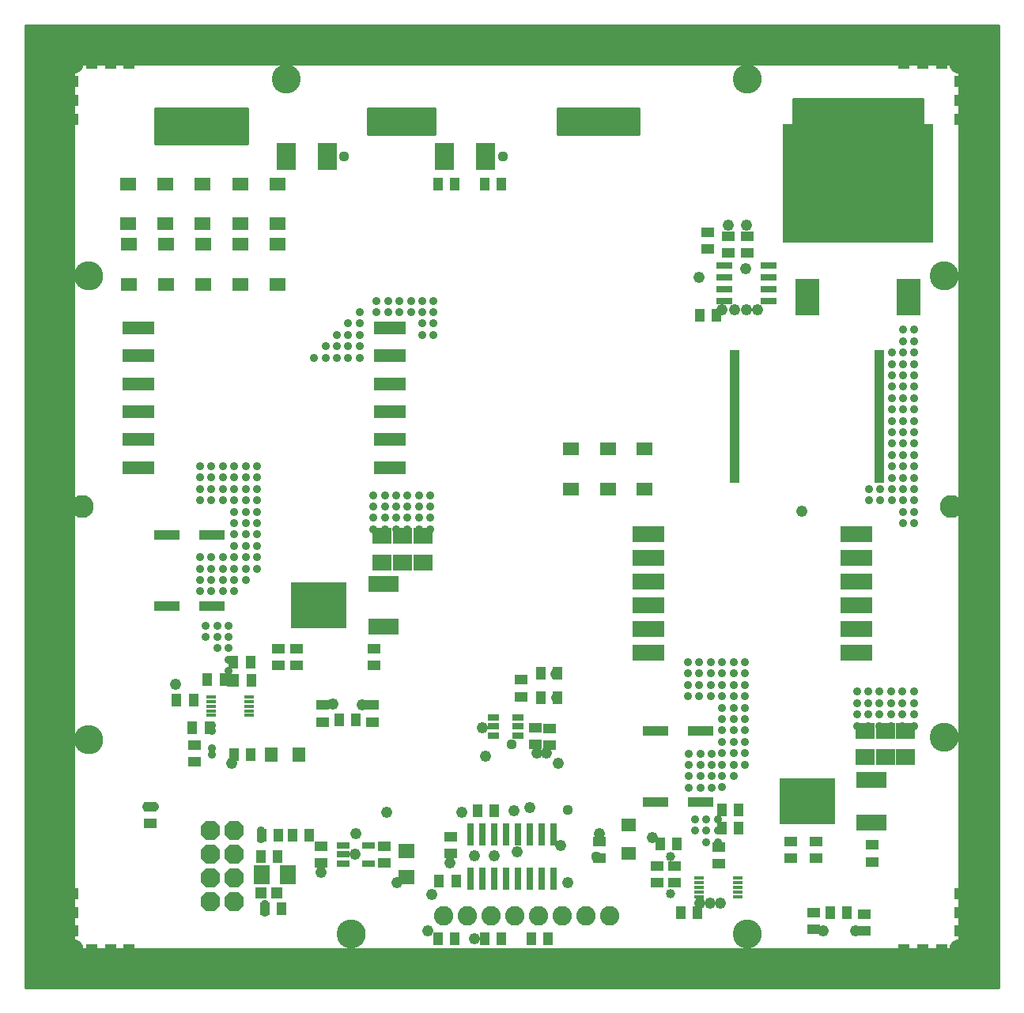
<source format=gts>
G75*
%MOIN*%
%OFA0B0*%
%FSLAX25Y25*%
%IPPOS*%
%LPD*%
%AMOC8*
5,1,8,0,0,1.08239X$1,22.5*
%
%ADD10C,0.00000*%
%ADD11C,0.12217*%
%ADD12C,0.09698*%
%ADD13C,0.01600*%
%ADD14C,0.09068*%
%ADD15R,0.03950X0.05524*%
%ADD16R,0.06587X0.05800*%
%ADD17R,0.12611X0.07099*%
%ADD18R,0.23300X0.19800*%
%ADD19R,0.05524X0.03950*%
%ADD20R,0.07887X0.07099*%
%ADD21R,0.04331X0.01575*%
%ADD22R,0.13800X0.05800*%
%ADD23R,0.05524X0.06312*%
%ADD24R,0.13800X0.06800*%
%ADD25R,0.06312X0.05524*%
%ADD26R,0.04934X0.03162*%
%ADD27R,0.06902X0.03162*%
%ADD28R,0.05131X0.04737*%
%ADD29R,0.07099X0.07887*%
%ADD30C,0.08200*%
%ADD31R,0.11036X0.03950*%
%ADD32R,0.09934X0.15800*%
%ADD33R,0.63595X0.50209*%
%ADD34R,0.04343X0.56312*%
%ADD35R,0.03008X0.09383*%
%ADD36OC8,0.08200*%
%ADD37R,0.07887X0.11430*%
%ADD38R,0.05524X0.03162*%
%ADD39R,0.07099X0.06312*%
%ADD40C,0.04762*%
%ADD41C,0.03600*%
%ADD42R,0.04762X0.04762*%
%ADD43C,0.03975*%
%ADD44C,0.04369*%
D10*
X0013611Y0013008D02*
X0052981Y0013008D01*
X0052981Y0009071D01*
X0364005Y0009071D01*
X0364005Y0013008D01*
X0403375Y0013008D01*
X0403375Y0052378D01*
X0407312Y0052378D01*
X0407312Y0363402D01*
X0403375Y0363402D01*
X0403375Y0402772D01*
X0364005Y0402772D01*
X0364005Y0406709D01*
X0052981Y0406709D01*
X0052981Y0402772D01*
X0013611Y0402772D01*
X0013611Y0363402D01*
X0009674Y0363402D01*
X0009674Y0052378D01*
X0013611Y0052378D01*
X0013611Y0013008D01*
X0017351Y0020882D02*
X0017353Y0021010D01*
X0017359Y0021138D01*
X0017369Y0021265D01*
X0017383Y0021393D01*
X0017400Y0021519D01*
X0017422Y0021645D01*
X0017448Y0021771D01*
X0017477Y0021895D01*
X0017510Y0022019D01*
X0017547Y0022141D01*
X0017588Y0022262D01*
X0017633Y0022382D01*
X0017681Y0022501D01*
X0017733Y0022618D01*
X0017789Y0022733D01*
X0017848Y0022847D01*
X0017910Y0022958D01*
X0017976Y0023068D01*
X0018045Y0023175D01*
X0018118Y0023281D01*
X0018194Y0023384D01*
X0018273Y0023484D01*
X0018355Y0023583D01*
X0018440Y0023678D01*
X0018528Y0023771D01*
X0018619Y0023861D01*
X0018712Y0023948D01*
X0018809Y0024033D01*
X0018907Y0024114D01*
X0019009Y0024192D01*
X0019112Y0024267D01*
X0019218Y0024339D01*
X0019326Y0024408D01*
X0019436Y0024473D01*
X0019549Y0024534D01*
X0019663Y0024593D01*
X0019778Y0024647D01*
X0019896Y0024698D01*
X0020014Y0024746D01*
X0020135Y0024789D01*
X0020256Y0024829D01*
X0020379Y0024865D01*
X0020503Y0024898D01*
X0020628Y0024926D01*
X0020753Y0024951D01*
X0020879Y0024971D01*
X0021006Y0024988D01*
X0021134Y0025001D01*
X0021261Y0025010D01*
X0021389Y0025015D01*
X0021517Y0025016D01*
X0021645Y0025013D01*
X0021773Y0025006D01*
X0021900Y0024995D01*
X0022027Y0024980D01*
X0022154Y0024962D01*
X0022280Y0024939D01*
X0022405Y0024912D01*
X0022529Y0024882D01*
X0022652Y0024848D01*
X0022775Y0024810D01*
X0022896Y0024768D01*
X0023015Y0024722D01*
X0023133Y0024673D01*
X0023250Y0024620D01*
X0023365Y0024564D01*
X0023478Y0024504D01*
X0023589Y0024441D01*
X0023698Y0024374D01*
X0023805Y0024304D01*
X0023910Y0024230D01*
X0024012Y0024154D01*
X0024112Y0024074D01*
X0024210Y0023991D01*
X0024305Y0023905D01*
X0024397Y0023816D01*
X0024486Y0023725D01*
X0024573Y0023631D01*
X0024656Y0023534D01*
X0024737Y0023434D01*
X0024814Y0023333D01*
X0024889Y0023228D01*
X0024960Y0023122D01*
X0025027Y0023013D01*
X0025092Y0022903D01*
X0025152Y0022790D01*
X0025210Y0022676D01*
X0025263Y0022560D01*
X0025313Y0022442D01*
X0025360Y0022323D01*
X0025403Y0022202D01*
X0025442Y0022080D01*
X0025477Y0021957D01*
X0025508Y0021833D01*
X0025536Y0021708D01*
X0025559Y0021582D01*
X0025579Y0021456D01*
X0025595Y0021329D01*
X0025607Y0021202D01*
X0025615Y0021074D01*
X0025619Y0020946D01*
X0025619Y0020818D01*
X0025615Y0020690D01*
X0025607Y0020562D01*
X0025595Y0020435D01*
X0025579Y0020308D01*
X0025559Y0020182D01*
X0025536Y0020056D01*
X0025508Y0019931D01*
X0025477Y0019807D01*
X0025442Y0019684D01*
X0025403Y0019562D01*
X0025360Y0019441D01*
X0025313Y0019322D01*
X0025263Y0019204D01*
X0025210Y0019088D01*
X0025152Y0018974D01*
X0025092Y0018861D01*
X0025027Y0018751D01*
X0024960Y0018642D01*
X0024889Y0018536D01*
X0024814Y0018431D01*
X0024737Y0018330D01*
X0024656Y0018230D01*
X0024573Y0018133D01*
X0024486Y0018039D01*
X0024397Y0017948D01*
X0024305Y0017859D01*
X0024210Y0017773D01*
X0024112Y0017690D01*
X0024012Y0017610D01*
X0023910Y0017534D01*
X0023805Y0017460D01*
X0023698Y0017390D01*
X0023589Y0017323D01*
X0023478Y0017260D01*
X0023365Y0017200D01*
X0023250Y0017144D01*
X0023133Y0017091D01*
X0023015Y0017042D01*
X0022896Y0016996D01*
X0022775Y0016954D01*
X0022652Y0016916D01*
X0022529Y0016882D01*
X0022405Y0016852D01*
X0022280Y0016825D01*
X0022154Y0016802D01*
X0022027Y0016784D01*
X0021900Y0016769D01*
X0021773Y0016758D01*
X0021645Y0016751D01*
X0021517Y0016748D01*
X0021389Y0016749D01*
X0021261Y0016754D01*
X0021134Y0016763D01*
X0021006Y0016776D01*
X0020879Y0016793D01*
X0020753Y0016813D01*
X0020628Y0016838D01*
X0020503Y0016866D01*
X0020379Y0016899D01*
X0020256Y0016935D01*
X0020135Y0016975D01*
X0020014Y0017018D01*
X0019896Y0017066D01*
X0019778Y0017117D01*
X0019663Y0017171D01*
X0019549Y0017230D01*
X0019436Y0017291D01*
X0019326Y0017356D01*
X0019218Y0017425D01*
X0019112Y0017497D01*
X0019009Y0017572D01*
X0018907Y0017650D01*
X0018809Y0017731D01*
X0018712Y0017816D01*
X0018619Y0017903D01*
X0018528Y0017993D01*
X0018440Y0018086D01*
X0018355Y0018181D01*
X0018273Y0018280D01*
X0018194Y0018380D01*
X0018118Y0018483D01*
X0018045Y0018589D01*
X0017976Y0018696D01*
X0017910Y0018806D01*
X0017848Y0018917D01*
X0017789Y0019031D01*
X0017733Y0019146D01*
X0017681Y0019263D01*
X0017633Y0019382D01*
X0017588Y0019502D01*
X0017547Y0019623D01*
X0017510Y0019745D01*
X0017477Y0019869D01*
X0017448Y0019993D01*
X0017422Y0020119D01*
X0017400Y0020245D01*
X0017383Y0020371D01*
X0017369Y0020499D01*
X0017359Y0020626D01*
X0017353Y0020754D01*
X0017351Y0020882D01*
X0022469Y0109465D02*
X0022471Y0109616D01*
X0022477Y0109766D01*
X0022487Y0109917D01*
X0022501Y0110067D01*
X0022519Y0110216D01*
X0022540Y0110366D01*
X0022566Y0110514D01*
X0022596Y0110662D01*
X0022629Y0110809D01*
X0022667Y0110955D01*
X0022708Y0111100D01*
X0022753Y0111244D01*
X0022802Y0111386D01*
X0022855Y0111527D01*
X0022911Y0111667D01*
X0022971Y0111805D01*
X0023034Y0111942D01*
X0023102Y0112077D01*
X0023172Y0112210D01*
X0023246Y0112341D01*
X0023324Y0112470D01*
X0023405Y0112597D01*
X0023489Y0112722D01*
X0023577Y0112845D01*
X0023668Y0112965D01*
X0023762Y0113083D01*
X0023859Y0113198D01*
X0023959Y0113311D01*
X0024062Y0113421D01*
X0024168Y0113528D01*
X0024277Y0113633D01*
X0024388Y0113734D01*
X0024502Y0113833D01*
X0024618Y0113928D01*
X0024738Y0114021D01*
X0024859Y0114110D01*
X0024983Y0114196D01*
X0025109Y0114279D01*
X0025237Y0114358D01*
X0025367Y0114434D01*
X0025499Y0114507D01*
X0025633Y0114575D01*
X0025769Y0114641D01*
X0025907Y0114703D01*
X0026046Y0114761D01*
X0026186Y0114815D01*
X0026328Y0114866D01*
X0026471Y0114913D01*
X0026616Y0114956D01*
X0026761Y0114995D01*
X0026908Y0115031D01*
X0027055Y0115062D01*
X0027203Y0115090D01*
X0027352Y0115114D01*
X0027501Y0115134D01*
X0027651Y0115150D01*
X0027801Y0115162D01*
X0027952Y0115170D01*
X0028103Y0115174D01*
X0028253Y0115174D01*
X0028404Y0115170D01*
X0028555Y0115162D01*
X0028705Y0115150D01*
X0028855Y0115134D01*
X0029004Y0115114D01*
X0029153Y0115090D01*
X0029301Y0115062D01*
X0029448Y0115031D01*
X0029595Y0114995D01*
X0029740Y0114956D01*
X0029885Y0114913D01*
X0030028Y0114866D01*
X0030170Y0114815D01*
X0030310Y0114761D01*
X0030449Y0114703D01*
X0030587Y0114641D01*
X0030723Y0114575D01*
X0030857Y0114507D01*
X0030989Y0114434D01*
X0031119Y0114358D01*
X0031247Y0114279D01*
X0031373Y0114196D01*
X0031497Y0114110D01*
X0031618Y0114021D01*
X0031738Y0113928D01*
X0031854Y0113833D01*
X0031968Y0113734D01*
X0032079Y0113633D01*
X0032188Y0113528D01*
X0032294Y0113421D01*
X0032397Y0113311D01*
X0032497Y0113198D01*
X0032594Y0113083D01*
X0032688Y0112965D01*
X0032779Y0112845D01*
X0032867Y0112722D01*
X0032951Y0112597D01*
X0033032Y0112470D01*
X0033110Y0112341D01*
X0033184Y0112210D01*
X0033254Y0112077D01*
X0033322Y0111942D01*
X0033385Y0111805D01*
X0033445Y0111667D01*
X0033501Y0111527D01*
X0033554Y0111386D01*
X0033603Y0111244D01*
X0033648Y0111100D01*
X0033689Y0110955D01*
X0033727Y0110809D01*
X0033760Y0110662D01*
X0033790Y0110514D01*
X0033816Y0110366D01*
X0033837Y0110216D01*
X0033855Y0110067D01*
X0033869Y0109917D01*
X0033879Y0109766D01*
X0033885Y0109616D01*
X0033887Y0109465D01*
X0033885Y0109314D01*
X0033879Y0109164D01*
X0033869Y0109013D01*
X0033855Y0108863D01*
X0033837Y0108714D01*
X0033816Y0108564D01*
X0033790Y0108416D01*
X0033760Y0108268D01*
X0033727Y0108121D01*
X0033689Y0107975D01*
X0033648Y0107830D01*
X0033603Y0107686D01*
X0033554Y0107544D01*
X0033501Y0107403D01*
X0033445Y0107263D01*
X0033385Y0107125D01*
X0033322Y0106988D01*
X0033254Y0106853D01*
X0033184Y0106720D01*
X0033110Y0106589D01*
X0033032Y0106460D01*
X0032951Y0106333D01*
X0032867Y0106208D01*
X0032779Y0106085D01*
X0032688Y0105965D01*
X0032594Y0105847D01*
X0032497Y0105732D01*
X0032397Y0105619D01*
X0032294Y0105509D01*
X0032188Y0105402D01*
X0032079Y0105297D01*
X0031968Y0105196D01*
X0031854Y0105097D01*
X0031738Y0105002D01*
X0031618Y0104909D01*
X0031497Y0104820D01*
X0031373Y0104734D01*
X0031247Y0104651D01*
X0031119Y0104572D01*
X0030989Y0104496D01*
X0030857Y0104423D01*
X0030723Y0104355D01*
X0030587Y0104289D01*
X0030449Y0104227D01*
X0030310Y0104169D01*
X0030170Y0104115D01*
X0030028Y0104064D01*
X0029885Y0104017D01*
X0029740Y0103974D01*
X0029595Y0103935D01*
X0029448Y0103899D01*
X0029301Y0103868D01*
X0029153Y0103840D01*
X0029004Y0103816D01*
X0028855Y0103796D01*
X0028705Y0103780D01*
X0028555Y0103768D01*
X0028404Y0103760D01*
X0028253Y0103756D01*
X0028103Y0103756D01*
X0027952Y0103760D01*
X0027801Y0103768D01*
X0027651Y0103780D01*
X0027501Y0103796D01*
X0027352Y0103816D01*
X0027203Y0103840D01*
X0027055Y0103868D01*
X0026908Y0103899D01*
X0026761Y0103935D01*
X0026616Y0103974D01*
X0026471Y0104017D01*
X0026328Y0104064D01*
X0026186Y0104115D01*
X0026046Y0104169D01*
X0025907Y0104227D01*
X0025769Y0104289D01*
X0025633Y0104355D01*
X0025499Y0104423D01*
X0025367Y0104496D01*
X0025237Y0104572D01*
X0025109Y0104651D01*
X0024983Y0104734D01*
X0024859Y0104820D01*
X0024738Y0104909D01*
X0024618Y0105002D01*
X0024502Y0105097D01*
X0024388Y0105196D01*
X0024277Y0105297D01*
X0024168Y0105402D01*
X0024062Y0105509D01*
X0023959Y0105619D01*
X0023859Y0105732D01*
X0023762Y0105847D01*
X0023668Y0105965D01*
X0023577Y0106085D01*
X0023489Y0106208D01*
X0023405Y0106333D01*
X0023324Y0106460D01*
X0023246Y0106589D01*
X0023172Y0106720D01*
X0023102Y0106853D01*
X0023034Y0106988D01*
X0022971Y0107125D01*
X0022911Y0107263D01*
X0022855Y0107403D01*
X0022802Y0107544D01*
X0022753Y0107686D01*
X0022708Y0107830D01*
X0022667Y0107975D01*
X0022629Y0108121D01*
X0022596Y0108268D01*
X0022566Y0108416D01*
X0022540Y0108564D01*
X0022519Y0108714D01*
X0022501Y0108863D01*
X0022487Y0109013D01*
X0022477Y0109164D01*
X0022471Y0109314D01*
X0022469Y0109465D01*
X0020973Y0207890D02*
X0020975Y0208023D01*
X0020981Y0208156D01*
X0020991Y0208289D01*
X0021005Y0208421D01*
X0021023Y0208553D01*
X0021044Y0208684D01*
X0021070Y0208815D01*
X0021100Y0208945D01*
X0021133Y0209074D01*
X0021171Y0209201D01*
X0021212Y0209328D01*
X0021257Y0209453D01*
X0021305Y0209577D01*
X0021358Y0209700D01*
X0021414Y0209820D01*
X0021473Y0209939D01*
X0021536Y0210057D01*
X0021603Y0210172D01*
X0021673Y0210285D01*
X0021746Y0210396D01*
X0021823Y0210505D01*
X0021903Y0210612D01*
X0021986Y0210716D01*
X0022072Y0210817D01*
X0022161Y0210916D01*
X0022253Y0211012D01*
X0022347Y0211106D01*
X0022445Y0211196D01*
X0022545Y0211284D01*
X0022648Y0211368D01*
X0022753Y0211450D01*
X0022861Y0211528D01*
X0022971Y0211603D01*
X0023083Y0211675D01*
X0023198Y0211743D01*
X0023314Y0211808D01*
X0023432Y0211869D01*
X0023552Y0211927D01*
X0023673Y0211981D01*
X0023797Y0212031D01*
X0023921Y0212078D01*
X0024047Y0212121D01*
X0024174Y0212160D01*
X0024303Y0212196D01*
X0024432Y0212227D01*
X0024562Y0212255D01*
X0024693Y0212279D01*
X0024825Y0212299D01*
X0024957Y0212315D01*
X0025090Y0212327D01*
X0025222Y0212335D01*
X0025355Y0212339D01*
X0025489Y0212339D01*
X0025622Y0212335D01*
X0025754Y0212327D01*
X0025887Y0212315D01*
X0026019Y0212299D01*
X0026151Y0212279D01*
X0026282Y0212255D01*
X0026412Y0212227D01*
X0026541Y0212196D01*
X0026670Y0212160D01*
X0026797Y0212121D01*
X0026923Y0212078D01*
X0027047Y0212031D01*
X0027171Y0211981D01*
X0027292Y0211927D01*
X0027412Y0211869D01*
X0027530Y0211808D01*
X0027647Y0211743D01*
X0027761Y0211675D01*
X0027873Y0211603D01*
X0027983Y0211528D01*
X0028091Y0211450D01*
X0028196Y0211368D01*
X0028299Y0211284D01*
X0028399Y0211196D01*
X0028497Y0211106D01*
X0028591Y0211012D01*
X0028683Y0210916D01*
X0028772Y0210817D01*
X0028858Y0210716D01*
X0028941Y0210612D01*
X0029021Y0210505D01*
X0029098Y0210396D01*
X0029171Y0210285D01*
X0029241Y0210172D01*
X0029308Y0210057D01*
X0029371Y0209939D01*
X0029430Y0209820D01*
X0029486Y0209700D01*
X0029539Y0209577D01*
X0029587Y0209453D01*
X0029632Y0209328D01*
X0029673Y0209201D01*
X0029711Y0209074D01*
X0029744Y0208945D01*
X0029774Y0208815D01*
X0029800Y0208684D01*
X0029821Y0208553D01*
X0029839Y0208421D01*
X0029853Y0208289D01*
X0029863Y0208156D01*
X0029869Y0208023D01*
X0029871Y0207890D01*
X0029869Y0207757D01*
X0029863Y0207624D01*
X0029853Y0207491D01*
X0029839Y0207359D01*
X0029821Y0207227D01*
X0029800Y0207096D01*
X0029774Y0206965D01*
X0029744Y0206835D01*
X0029711Y0206706D01*
X0029673Y0206579D01*
X0029632Y0206452D01*
X0029587Y0206327D01*
X0029539Y0206203D01*
X0029486Y0206080D01*
X0029430Y0205960D01*
X0029371Y0205841D01*
X0029308Y0205723D01*
X0029241Y0205608D01*
X0029171Y0205495D01*
X0029098Y0205384D01*
X0029021Y0205275D01*
X0028941Y0205168D01*
X0028858Y0205064D01*
X0028772Y0204963D01*
X0028683Y0204864D01*
X0028591Y0204768D01*
X0028497Y0204674D01*
X0028399Y0204584D01*
X0028299Y0204496D01*
X0028196Y0204412D01*
X0028091Y0204330D01*
X0027983Y0204252D01*
X0027873Y0204177D01*
X0027761Y0204105D01*
X0027646Y0204037D01*
X0027530Y0203972D01*
X0027412Y0203911D01*
X0027292Y0203853D01*
X0027171Y0203799D01*
X0027047Y0203749D01*
X0026923Y0203702D01*
X0026797Y0203659D01*
X0026670Y0203620D01*
X0026541Y0203584D01*
X0026412Y0203553D01*
X0026282Y0203525D01*
X0026151Y0203501D01*
X0026019Y0203481D01*
X0025887Y0203465D01*
X0025754Y0203453D01*
X0025622Y0203445D01*
X0025489Y0203441D01*
X0025355Y0203441D01*
X0025222Y0203445D01*
X0025090Y0203453D01*
X0024957Y0203465D01*
X0024825Y0203481D01*
X0024693Y0203501D01*
X0024562Y0203525D01*
X0024432Y0203553D01*
X0024303Y0203584D01*
X0024174Y0203620D01*
X0024047Y0203659D01*
X0023921Y0203702D01*
X0023797Y0203749D01*
X0023673Y0203799D01*
X0023552Y0203853D01*
X0023432Y0203911D01*
X0023314Y0203972D01*
X0023197Y0204037D01*
X0023083Y0204105D01*
X0022971Y0204177D01*
X0022861Y0204252D01*
X0022753Y0204330D01*
X0022648Y0204412D01*
X0022545Y0204496D01*
X0022445Y0204584D01*
X0022347Y0204674D01*
X0022253Y0204768D01*
X0022161Y0204864D01*
X0022072Y0204963D01*
X0021986Y0205064D01*
X0021903Y0205168D01*
X0021823Y0205275D01*
X0021746Y0205384D01*
X0021673Y0205495D01*
X0021603Y0205608D01*
X0021536Y0205723D01*
X0021473Y0205841D01*
X0021414Y0205960D01*
X0021358Y0206080D01*
X0021305Y0206203D01*
X0021257Y0206327D01*
X0021212Y0206452D01*
X0021171Y0206579D01*
X0021133Y0206706D01*
X0021100Y0206835D01*
X0021070Y0206965D01*
X0021044Y0207096D01*
X0021023Y0207227D01*
X0021005Y0207359D01*
X0020991Y0207491D01*
X0020981Y0207624D01*
X0020975Y0207757D01*
X0020973Y0207890D01*
X0022469Y0305134D02*
X0022471Y0305285D01*
X0022477Y0305435D01*
X0022487Y0305586D01*
X0022501Y0305736D01*
X0022519Y0305885D01*
X0022540Y0306035D01*
X0022566Y0306183D01*
X0022596Y0306331D01*
X0022629Y0306478D01*
X0022667Y0306624D01*
X0022708Y0306769D01*
X0022753Y0306913D01*
X0022802Y0307055D01*
X0022855Y0307196D01*
X0022911Y0307336D01*
X0022971Y0307474D01*
X0023034Y0307611D01*
X0023102Y0307746D01*
X0023172Y0307879D01*
X0023246Y0308010D01*
X0023324Y0308139D01*
X0023405Y0308266D01*
X0023489Y0308391D01*
X0023577Y0308514D01*
X0023668Y0308634D01*
X0023762Y0308752D01*
X0023859Y0308867D01*
X0023959Y0308980D01*
X0024062Y0309090D01*
X0024168Y0309197D01*
X0024277Y0309302D01*
X0024388Y0309403D01*
X0024502Y0309502D01*
X0024618Y0309597D01*
X0024738Y0309690D01*
X0024859Y0309779D01*
X0024983Y0309865D01*
X0025109Y0309948D01*
X0025237Y0310027D01*
X0025367Y0310103D01*
X0025499Y0310176D01*
X0025633Y0310244D01*
X0025769Y0310310D01*
X0025907Y0310372D01*
X0026046Y0310430D01*
X0026186Y0310484D01*
X0026328Y0310535D01*
X0026471Y0310582D01*
X0026616Y0310625D01*
X0026761Y0310664D01*
X0026908Y0310700D01*
X0027055Y0310731D01*
X0027203Y0310759D01*
X0027352Y0310783D01*
X0027501Y0310803D01*
X0027651Y0310819D01*
X0027801Y0310831D01*
X0027952Y0310839D01*
X0028103Y0310843D01*
X0028253Y0310843D01*
X0028404Y0310839D01*
X0028555Y0310831D01*
X0028705Y0310819D01*
X0028855Y0310803D01*
X0029004Y0310783D01*
X0029153Y0310759D01*
X0029301Y0310731D01*
X0029448Y0310700D01*
X0029595Y0310664D01*
X0029740Y0310625D01*
X0029885Y0310582D01*
X0030028Y0310535D01*
X0030170Y0310484D01*
X0030310Y0310430D01*
X0030449Y0310372D01*
X0030587Y0310310D01*
X0030723Y0310244D01*
X0030857Y0310176D01*
X0030989Y0310103D01*
X0031119Y0310027D01*
X0031247Y0309948D01*
X0031373Y0309865D01*
X0031497Y0309779D01*
X0031618Y0309690D01*
X0031738Y0309597D01*
X0031854Y0309502D01*
X0031968Y0309403D01*
X0032079Y0309302D01*
X0032188Y0309197D01*
X0032294Y0309090D01*
X0032397Y0308980D01*
X0032497Y0308867D01*
X0032594Y0308752D01*
X0032688Y0308634D01*
X0032779Y0308514D01*
X0032867Y0308391D01*
X0032951Y0308266D01*
X0033032Y0308139D01*
X0033110Y0308010D01*
X0033184Y0307879D01*
X0033254Y0307746D01*
X0033322Y0307611D01*
X0033385Y0307474D01*
X0033445Y0307336D01*
X0033501Y0307196D01*
X0033554Y0307055D01*
X0033603Y0306913D01*
X0033648Y0306769D01*
X0033689Y0306624D01*
X0033727Y0306478D01*
X0033760Y0306331D01*
X0033790Y0306183D01*
X0033816Y0306035D01*
X0033837Y0305885D01*
X0033855Y0305736D01*
X0033869Y0305586D01*
X0033879Y0305435D01*
X0033885Y0305285D01*
X0033887Y0305134D01*
X0033885Y0304983D01*
X0033879Y0304833D01*
X0033869Y0304682D01*
X0033855Y0304532D01*
X0033837Y0304383D01*
X0033816Y0304233D01*
X0033790Y0304085D01*
X0033760Y0303937D01*
X0033727Y0303790D01*
X0033689Y0303644D01*
X0033648Y0303499D01*
X0033603Y0303355D01*
X0033554Y0303213D01*
X0033501Y0303072D01*
X0033445Y0302932D01*
X0033385Y0302794D01*
X0033322Y0302657D01*
X0033254Y0302522D01*
X0033184Y0302389D01*
X0033110Y0302258D01*
X0033032Y0302129D01*
X0032951Y0302002D01*
X0032867Y0301877D01*
X0032779Y0301754D01*
X0032688Y0301634D01*
X0032594Y0301516D01*
X0032497Y0301401D01*
X0032397Y0301288D01*
X0032294Y0301178D01*
X0032188Y0301071D01*
X0032079Y0300966D01*
X0031968Y0300865D01*
X0031854Y0300766D01*
X0031738Y0300671D01*
X0031618Y0300578D01*
X0031497Y0300489D01*
X0031373Y0300403D01*
X0031247Y0300320D01*
X0031119Y0300241D01*
X0030989Y0300165D01*
X0030857Y0300092D01*
X0030723Y0300024D01*
X0030587Y0299958D01*
X0030449Y0299896D01*
X0030310Y0299838D01*
X0030170Y0299784D01*
X0030028Y0299733D01*
X0029885Y0299686D01*
X0029740Y0299643D01*
X0029595Y0299604D01*
X0029448Y0299568D01*
X0029301Y0299537D01*
X0029153Y0299509D01*
X0029004Y0299485D01*
X0028855Y0299465D01*
X0028705Y0299449D01*
X0028555Y0299437D01*
X0028404Y0299429D01*
X0028253Y0299425D01*
X0028103Y0299425D01*
X0027952Y0299429D01*
X0027801Y0299437D01*
X0027651Y0299449D01*
X0027501Y0299465D01*
X0027352Y0299485D01*
X0027203Y0299509D01*
X0027055Y0299537D01*
X0026908Y0299568D01*
X0026761Y0299604D01*
X0026616Y0299643D01*
X0026471Y0299686D01*
X0026328Y0299733D01*
X0026186Y0299784D01*
X0026046Y0299838D01*
X0025907Y0299896D01*
X0025769Y0299958D01*
X0025633Y0300024D01*
X0025499Y0300092D01*
X0025367Y0300165D01*
X0025237Y0300241D01*
X0025109Y0300320D01*
X0024983Y0300403D01*
X0024859Y0300489D01*
X0024738Y0300578D01*
X0024618Y0300671D01*
X0024502Y0300766D01*
X0024388Y0300865D01*
X0024277Y0300966D01*
X0024168Y0301071D01*
X0024062Y0301178D01*
X0023959Y0301288D01*
X0023859Y0301401D01*
X0023762Y0301516D01*
X0023668Y0301634D01*
X0023577Y0301754D01*
X0023489Y0301877D01*
X0023405Y0302002D01*
X0023324Y0302129D01*
X0023246Y0302258D01*
X0023172Y0302389D01*
X0023102Y0302522D01*
X0023034Y0302657D01*
X0022971Y0302794D01*
X0022911Y0302932D01*
X0022855Y0303072D01*
X0022802Y0303213D01*
X0022753Y0303355D01*
X0022708Y0303499D01*
X0022667Y0303644D01*
X0022629Y0303790D01*
X0022596Y0303937D01*
X0022566Y0304085D01*
X0022540Y0304233D01*
X0022519Y0304383D01*
X0022501Y0304532D01*
X0022487Y0304682D01*
X0022477Y0304833D01*
X0022471Y0304983D01*
X0022469Y0305134D01*
X0105540Y0388205D02*
X0105542Y0388356D01*
X0105548Y0388506D01*
X0105558Y0388657D01*
X0105572Y0388807D01*
X0105590Y0388956D01*
X0105611Y0389106D01*
X0105637Y0389254D01*
X0105667Y0389402D01*
X0105700Y0389549D01*
X0105738Y0389695D01*
X0105779Y0389840D01*
X0105824Y0389984D01*
X0105873Y0390126D01*
X0105926Y0390267D01*
X0105982Y0390407D01*
X0106042Y0390545D01*
X0106105Y0390682D01*
X0106173Y0390817D01*
X0106243Y0390950D01*
X0106317Y0391081D01*
X0106395Y0391210D01*
X0106476Y0391337D01*
X0106560Y0391462D01*
X0106648Y0391585D01*
X0106739Y0391705D01*
X0106833Y0391823D01*
X0106930Y0391938D01*
X0107030Y0392051D01*
X0107133Y0392161D01*
X0107239Y0392268D01*
X0107348Y0392373D01*
X0107459Y0392474D01*
X0107573Y0392573D01*
X0107689Y0392668D01*
X0107809Y0392761D01*
X0107930Y0392850D01*
X0108054Y0392936D01*
X0108180Y0393019D01*
X0108308Y0393098D01*
X0108438Y0393174D01*
X0108570Y0393247D01*
X0108704Y0393315D01*
X0108840Y0393381D01*
X0108978Y0393443D01*
X0109117Y0393501D01*
X0109257Y0393555D01*
X0109399Y0393606D01*
X0109542Y0393653D01*
X0109687Y0393696D01*
X0109832Y0393735D01*
X0109979Y0393771D01*
X0110126Y0393802D01*
X0110274Y0393830D01*
X0110423Y0393854D01*
X0110572Y0393874D01*
X0110722Y0393890D01*
X0110872Y0393902D01*
X0111023Y0393910D01*
X0111174Y0393914D01*
X0111324Y0393914D01*
X0111475Y0393910D01*
X0111626Y0393902D01*
X0111776Y0393890D01*
X0111926Y0393874D01*
X0112075Y0393854D01*
X0112224Y0393830D01*
X0112372Y0393802D01*
X0112519Y0393771D01*
X0112666Y0393735D01*
X0112811Y0393696D01*
X0112956Y0393653D01*
X0113099Y0393606D01*
X0113241Y0393555D01*
X0113381Y0393501D01*
X0113520Y0393443D01*
X0113658Y0393381D01*
X0113794Y0393315D01*
X0113928Y0393247D01*
X0114060Y0393174D01*
X0114190Y0393098D01*
X0114318Y0393019D01*
X0114444Y0392936D01*
X0114568Y0392850D01*
X0114689Y0392761D01*
X0114809Y0392668D01*
X0114925Y0392573D01*
X0115039Y0392474D01*
X0115150Y0392373D01*
X0115259Y0392268D01*
X0115365Y0392161D01*
X0115468Y0392051D01*
X0115568Y0391938D01*
X0115665Y0391823D01*
X0115759Y0391705D01*
X0115850Y0391585D01*
X0115938Y0391462D01*
X0116022Y0391337D01*
X0116103Y0391210D01*
X0116181Y0391081D01*
X0116255Y0390950D01*
X0116325Y0390817D01*
X0116393Y0390682D01*
X0116456Y0390545D01*
X0116516Y0390407D01*
X0116572Y0390267D01*
X0116625Y0390126D01*
X0116674Y0389984D01*
X0116719Y0389840D01*
X0116760Y0389695D01*
X0116798Y0389549D01*
X0116831Y0389402D01*
X0116861Y0389254D01*
X0116887Y0389106D01*
X0116908Y0388956D01*
X0116926Y0388807D01*
X0116940Y0388657D01*
X0116950Y0388506D01*
X0116956Y0388356D01*
X0116958Y0388205D01*
X0116956Y0388054D01*
X0116950Y0387904D01*
X0116940Y0387753D01*
X0116926Y0387603D01*
X0116908Y0387454D01*
X0116887Y0387304D01*
X0116861Y0387156D01*
X0116831Y0387008D01*
X0116798Y0386861D01*
X0116760Y0386715D01*
X0116719Y0386570D01*
X0116674Y0386426D01*
X0116625Y0386284D01*
X0116572Y0386143D01*
X0116516Y0386003D01*
X0116456Y0385865D01*
X0116393Y0385728D01*
X0116325Y0385593D01*
X0116255Y0385460D01*
X0116181Y0385329D01*
X0116103Y0385200D01*
X0116022Y0385073D01*
X0115938Y0384948D01*
X0115850Y0384825D01*
X0115759Y0384705D01*
X0115665Y0384587D01*
X0115568Y0384472D01*
X0115468Y0384359D01*
X0115365Y0384249D01*
X0115259Y0384142D01*
X0115150Y0384037D01*
X0115039Y0383936D01*
X0114925Y0383837D01*
X0114809Y0383742D01*
X0114689Y0383649D01*
X0114568Y0383560D01*
X0114444Y0383474D01*
X0114318Y0383391D01*
X0114190Y0383312D01*
X0114060Y0383236D01*
X0113928Y0383163D01*
X0113794Y0383095D01*
X0113658Y0383029D01*
X0113520Y0382967D01*
X0113381Y0382909D01*
X0113241Y0382855D01*
X0113099Y0382804D01*
X0112956Y0382757D01*
X0112811Y0382714D01*
X0112666Y0382675D01*
X0112519Y0382639D01*
X0112372Y0382608D01*
X0112224Y0382580D01*
X0112075Y0382556D01*
X0111926Y0382536D01*
X0111776Y0382520D01*
X0111626Y0382508D01*
X0111475Y0382500D01*
X0111324Y0382496D01*
X0111174Y0382496D01*
X0111023Y0382500D01*
X0110872Y0382508D01*
X0110722Y0382520D01*
X0110572Y0382536D01*
X0110423Y0382556D01*
X0110274Y0382580D01*
X0110126Y0382608D01*
X0109979Y0382639D01*
X0109832Y0382675D01*
X0109687Y0382714D01*
X0109542Y0382757D01*
X0109399Y0382804D01*
X0109257Y0382855D01*
X0109117Y0382909D01*
X0108978Y0382967D01*
X0108840Y0383029D01*
X0108704Y0383095D01*
X0108570Y0383163D01*
X0108438Y0383236D01*
X0108308Y0383312D01*
X0108180Y0383391D01*
X0108054Y0383474D01*
X0107930Y0383560D01*
X0107809Y0383649D01*
X0107689Y0383742D01*
X0107573Y0383837D01*
X0107459Y0383936D01*
X0107348Y0384037D01*
X0107239Y0384142D01*
X0107133Y0384249D01*
X0107030Y0384359D01*
X0106930Y0384472D01*
X0106833Y0384587D01*
X0106739Y0384705D01*
X0106648Y0384825D01*
X0106560Y0384948D01*
X0106476Y0385073D01*
X0106395Y0385200D01*
X0106317Y0385329D01*
X0106243Y0385460D01*
X0106173Y0385593D01*
X0106105Y0385728D01*
X0106042Y0385865D01*
X0105982Y0386003D01*
X0105926Y0386143D01*
X0105873Y0386284D01*
X0105824Y0386426D01*
X0105779Y0386570D01*
X0105738Y0386715D01*
X0105700Y0386861D01*
X0105667Y0387008D01*
X0105637Y0387156D01*
X0105611Y0387304D01*
X0105590Y0387454D01*
X0105572Y0387603D01*
X0105558Y0387753D01*
X0105548Y0387904D01*
X0105542Y0388054D01*
X0105540Y0388205D01*
X0017351Y0394898D02*
X0017353Y0395026D01*
X0017359Y0395154D01*
X0017369Y0395281D01*
X0017383Y0395409D01*
X0017400Y0395535D01*
X0017422Y0395661D01*
X0017448Y0395787D01*
X0017477Y0395911D01*
X0017510Y0396035D01*
X0017547Y0396157D01*
X0017588Y0396278D01*
X0017633Y0396398D01*
X0017681Y0396517D01*
X0017733Y0396634D01*
X0017789Y0396749D01*
X0017848Y0396863D01*
X0017910Y0396974D01*
X0017976Y0397084D01*
X0018045Y0397191D01*
X0018118Y0397297D01*
X0018194Y0397400D01*
X0018273Y0397500D01*
X0018355Y0397599D01*
X0018440Y0397694D01*
X0018528Y0397787D01*
X0018619Y0397877D01*
X0018712Y0397964D01*
X0018809Y0398049D01*
X0018907Y0398130D01*
X0019009Y0398208D01*
X0019112Y0398283D01*
X0019218Y0398355D01*
X0019326Y0398424D01*
X0019436Y0398489D01*
X0019549Y0398550D01*
X0019663Y0398609D01*
X0019778Y0398663D01*
X0019896Y0398714D01*
X0020014Y0398762D01*
X0020135Y0398805D01*
X0020256Y0398845D01*
X0020379Y0398881D01*
X0020503Y0398914D01*
X0020628Y0398942D01*
X0020753Y0398967D01*
X0020879Y0398987D01*
X0021006Y0399004D01*
X0021134Y0399017D01*
X0021261Y0399026D01*
X0021389Y0399031D01*
X0021517Y0399032D01*
X0021645Y0399029D01*
X0021773Y0399022D01*
X0021900Y0399011D01*
X0022027Y0398996D01*
X0022154Y0398978D01*
X0022280Y0398955D01*
X0022405Y0398928D01*
X0022529Y0398898D01*
X0022652Y0398864D01*
X0022775Y0398826D01*
X0022896Y0398784D01*
X0023015Y0398738D01*
X0023133Y0398689D01*
X0023250Y0398636D01*
X0023365Y0398580D01*
X0023478Y0398520D01*
X0023589Y0398457D01*
X0023698Y0398390D01*
X0023805Y0398320D01*
X0023910Y0398246D01*
X0024012Y0398170D01*
X0024112Y0398090D01*
X0024210Y0398007D01*
X0024305Y0397921D01*
X0024397Y0397832D01*
X0024486Y0397741D01*
X0024573Y0397647D01*
X0024656Y0397550D01*
X0024737Y0397450D01*
X0024814Y0397349D01*
X0024889Y0397244D01*
X0024960Y0397138D01*
X0025027Y0397029D01*
X0025092Y0396919D01*
X0025152Y0396806D01*
X0025210Y0396692D01*
X0025263Y0396576D01*
X0025313Y0396458D01*
X0025360Y0396339D01*
X0025403Y0396218D01*
X0025442Y0396096D01*
X0025477Y0395973D01*
X0025508Y0395849D01*
X0025536Y0395724D01*
X0025559Y0395598D01*
X0025579Y0395472D01*
X0025595Y0395345D01*
X0025607Y0395218D01*
X0025615Y0395090D01*
X0025619Y0394962D01*
X0025619Y0394834D01*
X0025615Y0394706D01*
X0025607Y0394578D01*
X0025595Y0394451D01*
X0025579Y0394324D01*
X0025559Y0394198D01*
X0025536Y0394072D01*
X0025508Y0393947D01*
X0025477Y0393823D01*
X0025442Y0393700D01*
X0025403Y0393578D01*
X0025360Y0393457D01*
X0025313Y0393338D01*
X0025263Y0393220D01*
X0025210Y0393104D01*
X0025152Y0392990D01*
X0025092Y0392877D01*
X0025027Y0392767D01*
X0024960Y0392658D01*
X0024889Y0392552D01*
X0024814Y0392447D01*
X0024737Y0392346D01*
X0024656Y0392246D01*
X0024573Y0392149D01*
X0024486Y0392055D01*
X0024397Y0391964D01*
X0024305Y0391875D01*
X0024210Y0391789D01*
X0024112Y0391706D01*
X0024012Y0391626D01*
X0023910Y0391550D01*
X0023805Y0391476D01*
X0023698Y0391406D01*
X0023589Y0391339D01*
X0023478Y0391276D01*
X0023365Y0391216D01*
X0023250Y0391160D01*
X0023133Y0391107D01*
X0023015Y0391058D01*
X0022896Y0391012D01*
X0022775Y0390970D01*
X0022652Y0390932D01*
X0022529Y0390898D01*
X0022405Y0390868D01*
X0022280Y0390841D01*
X0022154Y0390818D01*
X0022027Y0390800D01*
X0021900Y0390785D01*
X0021773Y0390774D01*
X0021645Y0390767D01*
X0021517Y0390764D01*
X0021389Y0390765D01*
X0021261Y0390770D01*
X0021134Y0390779D01*
X0021006Y0390792D01*
X0020879Y0390809D01*
X0020753Y0390829D01*
X0020628Y0390854D01*
X0020503Y0390882D01*
X0020379Y0390915D01*
X0020256Y0390951D01*
X0020135Y0390991D01*
X0020014Y0391034D01*
X0019896Y0391082D01*
X0019778Y0391133D01*
X0019663Y0391187D01*
X0019549Y0391246D01*
X0019436Y0391307D01*
X0019326Y0391372D01*
X0019218Y0391441D01*
X0019112Y0391513D01*
X0019009Y0391588D01*
X0018907Y0391666D01*
X0018809Y0391747D01*
X0018712Y0391832D01*
X0018619Y0391919D01*
X0018528Y0392009D01*
X0018440Y0392102D01*
X0018355Y0392197D01*
X0018273Y0392296D01*
X0018194Y0392396D01*
X0018118Y0392499D01*
X0018045Y0392605D01*
X0017976Y0392712D01*
X0017910Y0392822D01*
X0017848Y0392933D01*
X0017789Y0393047D01*
X0017733Y0393162D01*
X0017681Y0393279D01*
X0017633Y0393398D01*
X0017588Y0393518D01*
X0017547Y0393639D01*
X0017510Y0393761D01*
X0017477Y0393885D01*
X0017448Y0394009D01*
X0017422Y0394135D01*
X0017400Y0394261D01*
X0017383Y0394387D01*
X0017369Y0394515D01*
X0017359Y0394642D01*
X0017353Y0394770D01*
X0017351Y0394898D01*
X0300028Y0388205D02*
X0300030Y0388356D01*
X0300036Y0388506D01*
X0300046Y0388657D01*
X0300060Y0388807D01*
X0300078Y0388956D01*
X0300099Y0389106D01*
X0300125Y0389254D01*
X0300155Y0389402D01*
X0300188Y0389549D01*
X0300226Y0389695D01*
X0300267Y0389840D01*
X0300312Y0389984D01*
X0300361Y0390126D01*
X0300414Y0390267D01*
X0300470Y0390407D01*
X0300530Y0390545D01*
X0300593Y0390682D01*
X0300661Y0390817D01*
X0300731Y0390950D01*
X0300805Y0391081D01*
X0300883Y0391210D01*
X0300964Y0391337D01*
X0301048Y0391462D01*
X0301136Y0391585D01*
X0301227Y0391705D01*
X0301321Y0391823D01*
X0301418Y0391938D01*
X0301518Y0392051D01*
X0301621Y0392161D01*
X0301727Y0392268D01*
X0301836Y0392373D01*
X0301947Y0392474D01*
X0302061Y0392573D01*
X0302177Y0392668D01*
X0302297Y0392761D01*
X0302418Y0392850D01*
X0302542Y0392936D01*
X0302668Y0393019D01*
X0302796Y0393098D01*
X0302926Y0393174D01*
X0303058Y0393247D01*
X0303192Y0393315D01*
X0303328Y0393381D01*
X0303466Y0393443D01*
X0303605Y0393501D01*
X0303745Y0393555D01*
X0303887Y0393606D01*
X0304030Y0393653D01*
X0304175Y0393696D01*
X0304320Y0393735D01*
X0304467Y0393771D01*
X0304614Y0393802D01*
X0304762Y0393830D01*
X0304911Y0393854D01*
X0305060Y0393874D01*
X0305210Y0393890D01*
X0305360Y0393902D01*
X0305511Y0393910D01*
X0305662Y0393914D01*
X0305812Y0393914D01*
X0305963Y0393910D01*
X0306114Y0393902D01*
X0306264Y0393890D01*
X0306414Y0393874D01*
X0306563Y0393854D01*
X0306712Y0393830D01*
X0306860Y0393802D01*
X0307007Y0393771D01*
X0307154Y0393735D01*
X0307299Y0393696D01*
X0307444Y0393653D01*
X0307587Y0393606D01*
X0307729Y0393555D01*
X0307869Y0393501D01*
X0308008Y0393443D01*
X0308146Y0393381D01*
X0308282Y0393315D01*
X0308416Y0393247D01*
X0308548Y0393174D01*
X0308678Y0393098D01*
X0308806Y0393019D01*
X0308932Y0392936D01*
X0309056Y0392850D01*
X0309177Y0392761D01*
X0309297Y0392668D01*
X0309413Y0392573D01*
X0309527Y0392474D01*
X0309638Y0392373D01*
X0309747Y0392268D01*
X0309853Y0392161D01*
X0309956Y0392051D01*
X0310056Y0391938D01*
X0310153Y0391823D01*
X0310247Y0391705D01*
X0310338Y0391585D01*
X0310426Y0391462D01*
X0310510Y0391337D01*
X0310591Y0391210D01*
X0310669Y0391081D01*
X0310743Y0390950D01*
X0310813Y0390817D01*
X0310881Y0390682D01*
X0310944Y0390545D01*
X0311004Y0390407D01*
X0311060Y0390267D01*
X0311113Y0390126D01*
X0311162Y0389984D01*
X0311207Y0389840D01*
X0311248Y0389695D01*
X0311286Y0389549D01*
X0311319Y0389402D01*
X0311349Y0389254D01*
X0311375Y0389106D01*
X0311396Y0388956D01*
X0311414Y0388807D01*
X0311428Y0388657D01*
X0311438Y0388506D01*
X0311444Y0388356D01*
X0311446Y0388205D01*
X0311444Y0388054D01*
X0311438Y0387904D01*
X0311428Y0387753D01*
X0311414Y0387603D01*
X0311396Y0387454D01*
X0311375Y0387304D01*
X0311349Y0387156D01*
X0311319Y0387008D01*
X0311286Y0386861D01*
X0311248Y0386715D01*
X0311207Y0386570D01*
X0311162Y0386426D01*
X0311113Y0386284D01*
X0311060Y0386143D01*
X0311004Y0386003D01*
X0310944Y0385865D01*
X0310881Y0385728D01*
X0310813Y0385593D01*
X0310743Y0385460D01*
X0310669Y0385329D01*
X0310591Y0385200D01*
X0310510Y0385073D01*
X0310426Y0384948D01*
X0310338Y0384825D01*
X0310247Y0384705D01*
X0310153Y0384587D01*
X0310056Y0384472D01*
X0309956Y0384359D01*
X0309853Y0384249D01*
X0309747Y0384142D01*
X0309638Y0384037D01*
X0309527Y0383936D01*
X0309413Y0383837D01*
X0309297Y0383742D01*
X0309177Y0383649D01*
X0309056Y0383560D01*
X0308932Y0383474D01*
X0308806Y0383391D01*
X0308678Y0383312D01*
X0308548Y0383236D01*
X0308416Y0383163D01*
X0308282Y0383095D01*
X0308146Y0383029D01*
X0308008Y0382967D01*
X0307869Y0382909D01*
X0307729Y0382855D01*
X0307587Y0382804D01*
X0307444Y0382757D01*
X0307299Y0382714D01*
X0307154Y0382675D01*
X0307007Y0382639D01*
X0306860Y0382608D01*
X0306712Y0382580D01*
X0306563Y0382556D01*
X0306414Y0382536D01*
X0306264Y0382520D01*
X0306114Y0382508D01*
X0305963Y0382500D01*
X0305812Y0382496D01*
X0305662Y0382496D01*
X0305511Y0382500D01*
X0305360Y0382508D01*
X0305210Y0382520D01*
X0305060Y0382536D01*
X0304911Y0382556D01*
X0304762Y0382580D01*
X0304614Y0382608D01*
X0304467Y0382639D01*
X0304320Y0382675D01*
X0304175Y0382714D01*
X0304030Y0382757D01*
X0303887Y0382804D01*
X0303745Y0382855D01*
X0303605Y0382909D01*
X0303466Y0382967D01*
X0303328Y0383029D01*
X0303192Y0383095D01*
X0303058Y0383163D01*
X0302926Y0383236D01*
X0302796Y0383312D01*
X0302668Y0383391D01*
X0302542Y0383474D01*
X0302418Y0383560D01*
X0302297Y0383649D01*
X0302177Y0383742D01*
X0302061Y0383837D01*
X0301947Y0383936D01*
X0301836Y0384037D01*
X0301727Y0384142D01*
X0301621Y0384249D01*
X0301518Y0384359D01*
X0301418Y0384472D01*
X0301321Y0384587D01*
X0301227Y0384705D01*
X0301136Y0384825D01*
X0301048Y0384948D01*
X0300964Y0385073D01*
X0300883Y0385200D01*
X0300805Y0385329D01*
X0300731Y0385460D01*
X0300661Y0385593D01*
X0300593Y0385728D01*
X0300530Y0385865D01*
X0300470Y0386003D01*
X0300414Y0386143D01*
X0300361Y0386284D01*
X0300312Y0386426D01*
X0300267Y0386570D01*
X0300226Y0386715D01*
X0300188Y0386861D01*
X0300155Y0387008D01*
X0300125Y0387156D01*
X0300099Y0387304D01*
X0300078Y0387454D01*
X0300060Y0387603D01*
X0300046Y0387753D01*
X0300036Y0387904D01*
X0300030Y0388054D01*
X0300028Y0388205D01*
X0383099Y0305134D02*
X0383101Y0305285D01*
X0383107Y0305435D01*
X0383117Y0305586D01*
X0383131Y0305736D01*
X0383149Y0305885D01*
X0383170Y0306035D01*
X0383196Y0306183D01*
X0383226Y0306331D01*
X0383259Y0306478D01*
X0383297Y0306624D01*
X0383338Y0306769D01*
X0383383Y0306913D01*
X0383432Y0307055D01*
X0383485Y0307196D01*
X0383541Y0307336D01*
X0383601Y0307474D01*
X0383664Y0307611D01*
X0383732Y0307746D01*
X0383802Y0307879D01*
X0383876Y0308010D01*
X0383954Y0308139D01*
X0384035Y0308266D01*
X0384119Y0308391D01*
X0384207Y0308514D01*
X0384298Y0308634D01*
X0384392Y0308752D01*
X0384489Y0308867D01*
X0384589Y0308980D01*
X0384692Y0309090D01*
X0384798Y0309197D01*
X0384907Y0309302D01*
X0385018Y0309403D01*
X0385132Y0309502D01*
X0385248Y0309597D01*
X0385368Y0309690D01*
X0385489Y0309779D01*
X0385613Y0309865D01*
X0385739Y0309948D01*
X0385867Y0310027D01*
X0385997Y0310103D01*
X0386129Y0310176D01*
X0386263Y0310244D01*
X0386399Y0310310D01*
X0386537Y0310372D01*
X0386676Y0310430D01*
X0386816Y0310484D01*
X0386958Y0310535D01*
X0387101Y0310582D01*
X0387246Y0310625D01*
X0387391Y0310664D01*
X0387538Y0310700D01*
X0387685Y0310731D01*
X0387833Y0310759D01*
X0387982Y0310783D01*
X0388131Y0310803D01*
X0388281Y0310819D01*
X0388431Y0310831D01*
X0388582Y0310839D01*
X0388733Y0310843D01*
X0388883Y0310843D01*
X0389034Y0310839D01*
X0389185Y0310831D01*
X0389335Y0310819D01*
X0389485Y0310803D01*
X0389634Y0310783D01*
X0389783Y0310759D01*
X0389931Y0310731D01*
X0390078Y0310700D01*
X0390225Y0310664D01*
X0390370Y0310625D01*
X0390515Y0310582D01*
X0390658Y0310535D01*
X0390800Y0310484D01*
X0390940Y0310430D01*
X0391079Y0310372D01*
X0391217Y0310310D01*
X0391353Y0310244D01*
X0391487Y0310176D01*
X0391619Y0310103D01*
X0391749Y0310027D01*
X0391877Y0309948D01*
X0392003Y0309865D01*
X0392127Y0309779D01*
X0392248Y0309690D01*
X0392368Y0309597D01*
X0392484Y0309502D01*
X0392598Y0309403D01*
X0392709Y0309302D01*
X0392818Y0309197D01*
X0392924Y0309090D01*
X0393027Y0308980D01*
X0393127Y0308867D01*
X0393224Y0308752D01*
X0393318Y0308634D01*
X0393409Y0308514D01*
X0393497Y0308391D01*
X0393581Y0308266D01*
X0393662Y0308139D01*
X0393740Y0308010D01*
X0393814Y0307879D01*
X0393884Y0307746D01*
X0393952Y0307611D01*
X0394015Y0307474D01*
X0394075Y0307336D01*
X0394131Y0307196D01*
X0394184Y0307055D01*
X0394233Y0306913D01*
X0394278Y0306769D01*
X0394319Y0306624D01*
X0394357Y0306478D01*
X0394390Y0306331D01*
X0394420Y0306183D01*
X0394446Y0306035D01*
X0394467Y0305885D01*
X0394485Y0305736D01*
X0394499Y0305586D01*
X0394509Y0305435D01*
X0394515Y0305285D01*
X0394517Y0305134D01*
X0394515Y0304983D01*
X0394509Y0304833D01*
X0394499Y0304682D01*
X0394485Y0304532D01*
X0394467Y0304383D01*
X0394446Y0304233D01*
X0394420Y0304085D01*
X0394390Y0303937D01*
X0394357Y0303790D01*
X0394319Y0303644D01*
X0394278Y0303499D01*
X0394233Y0303355D01*
X0394184Y0303213D01*
X0394131Y0303072D01*
X0394075Y0302932D01*
X0394015Y0302794D01*
X0393952Y0302657D01*
X0393884Y0302522D01*
X0393814Y0302389D01*
X0393740Y0302258D01*
X0393662Y0302129D01*
X0393581Y0302002D01*
X0393497Y0301877D01*
X0393409Y0301754D01*
X0393318Y0301634D01*
X0393224Y0301516D01*
X0393127Y0301401D01*
X0393027Y0301288D01*
X0392924Y0301178D01*
X0392818Y0301071D01*
X0392709Y0300966D01*
X0392598Y0300865D01*
X0392484Y0300766D01*
X0392368Y0300671D01*
X0392248Y0300578D01*
X0392127Y0300489D01*
X0392003Y0300403D01*
X0391877Y0300320D01*
X0391749Y0300241D01*
X0391619Y0300165D01*
X0391487Y0300092D01*
X0391353Y0300024D01*
X0391217Y0299958D01*
X0391079Y0299896D01*
X0390940Y0299838D01*
X0390800Y0299784D01*
X0390658Y0299733D01*
X0390515Y0299686D01*
X0390370Y0299643D01*
X0390225Y0299604D01*
X0390078Y0299568D01*
X0389931Y0299537D01*
X0389783Y0299509D01*
X0389634Y0299485D01*
X0389485Y0299465D01*
X0389335Y0299449D01*
X0389185Y0299437D01*
X0389034Y0299429D01*
X0388883Y0299425D01*
X0388733Y0299425D01*
X0388582Y0299429D01*
X0388431Y0299437D01*
X0388281Y0299449D01*
X0388131Y0299465D01*
X0387982Y0299485D01*
X0387833Y0299509D01*
X0387685Y0299537D01*
X0387538Y0299568D01*
X0387391Y0299604D01*
X0387246Y0299643D01*
X0387101Y0299686D01*
X0386958Y0299733D01*
X0386816Y0299784D01*
X0386676Y0299838D01*
X0386537Y0299896D01*
X0386399Y0299958D01*
X0386263Y0300024D01*
X0386129Y0300092D01*
X0385997Y0300165D01*
X0385867Y0300241D01*
X0385739Y0300320D01*
X0385613Y0300403D01*
X0385489Y0300489D01*
X0385368Y0300578D01*
X0385248Y0300671D01*
X0385132Y0300766D01*
X0385018Y0300865D01*
X0384907Y0300966D01*
X0384798Y0301071D01*
X0384692Y0301178D01*
X0384589Y0301288D01*
X0384489Y0301401D01*
X0384392Y0301516D01*
X0384298Y0301634D01*
X0384207Y0301754D01*
X0384119Y0301877D01*
X0384035Y0302002D01*
X0383954Y0302129D01*
X0383876Y0302258D01*
X0383802Y0302389D01*
X0383732Y0302522D01*
X0383664Y0302657D01*
X0383601Y0302794D01*
X0383541Y0302932D01*
X0383485Y0303072D01*
X0383432Y0303213D01*
X0383383Y0303355D01*
X0383338Y0303499D01*
X0383297Y0303644D01*
X0383259Y0303790D01*
X0383226Y0303937D01*
X0383196Y0304085D01*
X0383170Y0304233D01*
X0383149Y0304383D01*
X0383131Y0304532D01*
X0383117Y0304682D01*
X0383107Y0304833D01*
X0383101Y0304983D01*
X0383099Y0305134D01*
X0391367Y0394898D02*
X0391369Y0395026D01*
X0391375Y0395154D01*
X0391385Y0395281D01*
X0391399Y0395409D01*
X0391416Y0395535D01*
X0391438Y0395661D01*
X0391464Y0395787D01*
X0391493Y0395911D01*
X0391526Y0396035D01*
X0391563Y0396157D01*
X0391604Y0396278D01*
X0391649Y0396398D01*
X0391697Y0396517D01*
X0391749Y0396634D01*
X0391805Y0396749D01*
X0391864Y0396863D01*
X0391926Y0396974D01*
X0391992Y0397084D01*
X0392061Y0397191D01*
X0392134Y0397297D01*
X0392210Y0397400D01*
X0392289Y0397500D01*
X0392371Y0397599D01*
X0392456Y0397694D01*
X0392544Y0397787D01*
X0392635Y0397877D01*
X0392728Y0397964D01*
X0392825Y0398049D01*
X0392923Y0398130D01*
X0393025Y0398208D01*
X0393128Y0398283D01*
X0393234Y0398355D01*
X0393342Y0398424D01*
X0393452Y0398489D01*
X0393565Y0398550D01*
X0393679Y0398609D01*
X0393794Y0398663D01*
X0393912Y0398714D01*
X0394030Y0398762D01*
X0394151Y0398805D01*
X0394272Y0398845D01*
X0394395Y0398881D01*
X0394519Y0398914D01*
X0394644Y0398942D01*
X0394769Y0398967D01*
X0394895Y0398987D01*
X0395022Y0399004D01*
X0395150Y0399017D01*
X0395277Y0399026D01*
X0395405Y0399031D01*
X0395533Y0399032D01*
X0395661Y0399029D01*
X0395789Y0399022D01*
X0395916Y0399011D01*
X0396043Y0398996D01*
X0396170Y0398978D01*
X0396296Y0398955D01*
X0396421Y0398928D01*
X0396545Y0398898D01*
X0396668Y0398864D01*
X0396791Y0398826D01*
X0396912Y0398784D01*
X0397031Y0398738D01*
X0397149Y0398689D01*
X0397266Y0398636D01*
X0397381Y0398580D01*
X0397494Y0398520D01*
X0397605Y0398457D01*
X0397714Y0398390D01*
X0397821Y0398320D01*
X0397926Y0398246D01*
X0398028Y0398170D01*
X0398128Y0398090D01*
X0398226Y0398007D01*
X0398321Y0397921D01*
X0398413Y0397832D01*
X0398502Y0397741D01*
X0398589Y0397647D01*
X0398672Y0397550D01*
X0398753Y0397450D01*
X0398830Y0397349D01*
X0398905Y0397244D01*
X0398976Y0397138D01*
X0399043Y0397029D01*
X0399108Y0396919D01*
X0399168Y0396806D01*
X0399226Y0396692D01*
X0399279Y0396576D01*
X0399329Y0396458D01*
X0399376Y0396339D01*
X0399419Y0396218D01*
X0399458Y0396096D01*
X0399493Y0395973D01*
X0399524Y0395849D01*
X0399552Y0395724D01*
X0399575Y0395598D01*
X0399595Y0395472D01*
X0399611Y0395345D01*
X0399623Y0395218D01*
X0399631Y0395090D01*
X0399635Y0394962D01*
X0399635Y0394834D01*
X0399631Y0394706D01*
X0399623Y0394578D01*
X0399611Y0394451D01*
X0399595Y0394324D01*
X0399575Y0394198D01*
X0399552Y0394072D01*
X0399524Y0393947D01*
X0399493Y0393823D01*
X0399458Y0393700D01*
X0399419Y0393578D01*
X0399376Y0393457D01*
X0399329Y0393338D01*
X0399279Y0393220D01*
X0399226Y0393104D01*
X0399168Y0392990D01*
X0399108Y0392877D01*
X0399043Y0392767D01*
X0398976Y0392658D01*
X0398905Y0392552D01*
X0398830Y0392447D01*
X0398753Y0392346D01*
X0398672Y0392246D01*
X0398589Y0392149D01*
X0398502Y0392055D01*
X0398413Y0391964D01*
X0398321Y0391875D01*
X0398226Y0391789D01*
X0398128Y0391706D01*
X0398028Y0391626D01*
X0397926Y0391550D01*
X0397821Y0391476D01*
X0397714Y0391406D01*
X0397605Y0391339D01*
X0397494Y0391276D01*
X0397381Y0391216D01*
X0397266Y0391160D01*
X0397149Y0391107D01*
X0397031Y0391058D01*
X0396912Y0391012D01*
X0396791Y0390970D01*
X0396668Y0390932D01*
X0396545Y0390898D01*
X0396421Y0390868D01*
X0396296Y0390841D01*
X0396170Y0390818D01*
X0396043Y0390800D01*
X0395916Y0390785D01*
X0395789Y0390774D01*
X0395661Y0390767D01*
X0395533Y0390764D01*
X0395405Y0390765D01*
X0395277Y0390770D01*
X0395150Y0390779D01*
X0395022Y0390792D01*
X0394895Y0390809D01*
X0394769Y0390829D01*
X0394644Y0390854D01*
X0394519Y0390882D01*
X0394395Y0390915D01*
X0394272Y0390951D01*
X0394151Y0390991D01*
X0394030Y0391034D01*
X0393912Y0391082D01*
X0393794Y0391133D01*
X0393679Y0391187D01*
X0393565Y0391246D01*
X0393452Y0391307D01*
X0393342Y0391372D01*
X0393234Y0391441D01*
X0393128Y0391513D01*
X0393025Y0391588D01*
X0392923Y0391666D01*
X0392825Y0391747D01*
X0392728Y0391832D01*
X0392635Y0391919D01*
X0392544Y0392009D01*
X0392456Y0392102D01*
X0392371Y0392197D01*
X0392289Y0392296D01*
X0392210Y0392396D01*
X0392134Y0392499D01*
X0392061Y0392605D01*
X0391992Y0392712D01*
X0391926Y0392822D01*
X0391864Y0392933D01*
X0391805Y0393047D01*
X0391749Y0393162D01*
X0391697Y0393279D01*
X0391649Y0393398D01*
X0391604Y0393518D01*
X0391563Y0393639D01*
X0391526Y0393761D01*
X0391493Y0393885D01*
X0391464Y0394009D01*
X0391438Y0394135D01*
X0391416Y0394261D01*
X0391399Y0394387D01*
X0391385Y0394515D01*
X0391375Y0394642D01*
X0391369Y0394770D01*
X0391367Y0394898D01*
X0387115Y0207890D02*
X0387117Y0208023D01*
X0387123Y0208156D01*
X0387133Y0208289D01*
X0387147Y0208421D01*
X0387165Y0208553D01*
X0387186Y0208684D01*
X0387212Y0208815D01*
X0387242Y0208945D01*
X0387275Y0209074D01*
X0387313Y0209201D01*
X0387354Y0209328D01*
X0387399Y0209453D01*
X0387447Y0209577D01*
X0387500Y0209700D01*
X0387556Y0209820D01*
X0387615Y0209939D01*
X0387678Y0210057D01*
X0387745Y0210172D01*
X0387815Y0210285D01*
X0387888Y0210396D01*
X0387965Y0210505D01*
X0388045Y0210612D01*
X0388128Y0210716D01*
X0388214Y0210817D01*
X0388303Y0210916D01*
X0388395Y0211012D01*
X0388489Y0211106D01*
X0388587Y0211196D01*
X0388687Y0211284D01*
X0388790Y0211368D01*
X0388895Y0211450D01*
X0389003Y0211528D01*
X0389113Y0211603D01*
X0389225Y0211675D01*
X0389340Y0211743D01*
X0389456Y0211808D01*
X0389574Y0211869D01*
X0389694Y0211927D01*
X0389815Y0211981D01*
X0389939Y0212031D01*
X0390063Y0212078D01*
X0390189Y0212121D01*
X0390316Y0212160D01*
X0390445Y0212196D01*
X0390574Y0212227D01*
X0390704Y0212255D01*
X0390835Y0212279D01*
X0390967Y0212299D01*
X0391099Y0212315D01*
X0391232Y0212327D01*
X0391364Y0212335D01*
X0391497Y0212339D01*
X0391631Y0212339D01*
X0391764Y0212335D01*
X0391896Y0212327D01*
X0392029Y0212315D01*
X0392161Y0212299D01*
X0392293Y0212279D01*
X0392424Y0212255D01*
X0392554Y0212227D01*
X0392683Y0212196D01*
X0392812Y0212160D01*
X0392939Y0212121D01*
X0393065Y0212078D01*
X0393189Y0212031D01*
X0393313Y0211981D01*
X0393434Y0211927D01*
X0393554Y0211869D01*
X0393672Y0211808D01*
X0393789Y0211743D01*
X0393903Y0211675D01*
X0394015Y0211603D01*
X0394125Y0211528D01*
X0394233Y0211450D01*
X0394338Y0211368D01*
X0394441Y0211284D01*
X0394541Y0211196D01*
X0394639Y0211106D01*
X0394733Y0211012D01*
X0394825Y0210916D01*
X0394914Y0210817D01*
X0395000Y0210716D01*
X0395083Y0210612D01*
X0395163Y0210505D01*
X0395240Y0210396D01*
X0395313Y0210285D01*
X0395383Y0210172D01*
X0395450Y0210057D01*
X0395513Y0209939D01*
X0395572Y0209820D01*
X0395628Y0209700D01*
X0395681Y0209577D01*
X0395729Y0209453D01*
X0395774Y0209328D01*
X0395815Y0209201D01*
X0395853Y0209074D01*
X0395886Y0208945D01*
X0395916Y0208815D01*
X0395942Y0208684D01*
X0395963Y0208553D01*
X0395981Y0208421D01*
X0395995Y0208289D01*
X0396005Y0208156D01*
X0396011Y0208023D01*
X0396013Y0207890D01*
X0396011Y0207757D01*
X0396005Y0207624D01*
X0395995Y0207491D01*
X0395981Y0207359D01*
X0395963Y0207227D01*
X0395942Y0207096D01*
X0395916Y0206965D01*
X0395886Y0206835D01*
X0395853Y0206706D01*
X0395815Y0206579D01*
X0395774Y0206452D01*
X0395729Y0206327D01*
X0395681Y0206203D01*
X0395628Y0206080D01*
X0395572Y0205960D01*
X0395513Y0205841D01*
X0395450Y0205723D01*
X0395383Y0205608D01*
X0395313Y0205495D01*
X0395240Y0205384D01*
X0395163Y0205275D01*
X0395083Y0205168D01*
X0395000Y0205064D01*
X0394914Y0204963D01*
X0394825Y0204864D01*
X0394733Y0204768D01*
X0394639Y0204674D01*
X0394541Y0204584D01*
X0394441Y0204496D01*
X0394338Y0204412D01*
X0394233Y0204330D01*
X0394125Y0204252D01*
X0394015Y0204177D01*
X0393903Y0204105D01*
X0393788Y0204037D01*
X0393672Y0203972D01*
X0393554Y0203911D01*
X0393434Y0203853D01*
X0393313Y0203799D01*
X0393189Y0203749D01*
X0393065Y0203702D01*
X0392939Y0203659D01*
X0392812Y0203620D01*
X0392683Y0203584D01*
X0392554Y0203553D01*
X0392424Y0203525D01*
X0392293Y0203501D01*
X0392161Y0203481D01*
X0392029Y0203465D01*
X0391896Y0203453D01*
X0391764Y0203445D01*
X0391631Y0203441D01*
X0391497Y0203441D01*
X0391364Y0203445D01*
X0391232Y0203453D01*
X0391099Y0203465D01*
X0390967Y0203481D01*
X0390835Y0203501D01*
X0390704Y0203525D01*
X0390574Y0203553D01*
X0390445Y0203584D01*
X0390316Y0203620D01*
X0390189Y0203659D01*
X0390063Y0203702D01*
X0389939Y0203749D01*
X0389815Y0203799D01*
X0389694Y0203853D01*
X0389574Y0203911D01*
X0389456Y0203972D01*
X0389339Y0204037D01*
X0389225Y0204105D01*
X0389113Y0204177D01*
X0389003Y0204252D01*
X0388895Y0204330D01*
X0388790Y0204412D01*
X0388687Y0204496D01*
X0388587Y0204584D01*
X0388489Y0204674D01*
X0388395Y0204768D01*
X0388303Y0204864D01*
X0388214Y0204963D01*
X0388128Y0205064D01*
X0388045Y0205168D01*
X0387965Y0205275D01*
X0387888Y0205384D01*
X0387815Y0205495D01*
X0387745Y0205608D01*
X0387678Y0205723D01*
X0387615Y0205841D01*
X0387556Y0205960D01*
X0387500Y0206080D01*
X0387447Y0206203D01*
X0387399Y0206327D01*
X0387354Y0206452D01*
X0387313Y0206579D01*
X0387275Y0206706D01*
X0387242Y0206835D01*
X0387212Y0206965D01*
X0387186Y0207096D01*
X0387165Y0207227D01*
X0387147Y0207359D01*
X0387133Y0207491D01*
X0387123Y0207624D01*
X0387117Y0207757D01*
X0387115Y0207890D01*
X0383099Y0110646D02*
X0383101Y0110797D01*
X0383107Y0110947D01*
X0383117Y0111098D01*
X0383131Y0111248D01*
X0383149Y0111397D01*
X0383170Y0111547D01*
X0383196Y0111695D01*
X0383226Y0111843D01*
X0383259Y0111990D01*
X0383297Y0112136D01*
X0383338Y0112281D01*
X0383383Y0112425D01*
X0383432Y0112567D01*
X0383485Y0112708D01*
X0383541Y0112848D01*
X0383601Y0112986D01*
X0383664Y0113123D01*
X0383732Y0113258D01*
X0383802Y0113391D01*
X0383876Y0113522D01*
X0383954Y0113651D01*
X0384035Y0113778D01*
X0384119Y0113903D01*
X0384207Y0114026D01*
X0384298Y0114146D01*
X0384392Y0114264D01*
X0384489Y0114379D01*
X0384589Y0114492D01*
X0384692Y0114602D01*
X0384798Y0114709D01*
X0384907Y0114814D01*
X0385018Y0114915D01*
X0385132Y0115014D01*
X0385248Y0115109D01*
X0385368Y0115202D01*
X0385489Y0115291D01*
X0385613Y0115377D01*
X0385739Y0115460D01*
X0385867Y0115539D01*
X0385997Y0115615D01*
X0386129Y0115688D01*
X0386263Y0115756D01*
X0386399Y0115822D01*
X0386537Y0115884D01*
X0386676Y0115942D01*
X0386816Y0115996D01*
X0386958Y0116047D01*
X0387101Y0116094D01*
X0387246Y0116137D01*
X0387391Y0116176D01*
X0387538Y0116212D01*
X0387685Y0116243D01*
X0387833Y0116271D01*
X0387982Y0116295D01*
X0388131Y0116315D01*
X0388281Y0116331D01*
X0388431Y0116343D01*
X0388582Y0116351D01*
X0388733Y0116355D01*
X0388883Y0116355D01*
X0389034Y0116351D01*
X0389185Y0116343D01*
X0389335Y0116331D01*
X0389485Y0116315D01*
X0389634Y0116295D01*
X0389783Y0116271D01*
X0389931Y0116243D01*
X0390078Y0116212D01*
X0390225Y0116176D01*
X0390370Y0116137D01*
X0390515Y0116094D01*
X0390658Y0116047D01*
X0390800Y0115996D01*
X0390940Y0115942D01*
X0391079Y0115884D01*
X0391217Y0115822D01*
X0391353Y0115756D01*
X0391487Y0115688D01*
X0391619Y0115615D01*
X0391749Y0115539D01*
X0391877Y0115460D01*
X0392003Y0115377D01*
X0392127Y0115291D01*
X0392248Y0115202D01*
X0392368Y0115109D01*
X0392484Y0115014D01*
X0392598Y0114915D01*
X0392709Y0114814D01*
X0392818Y0114709D01*
X0392924Y0114602D01*
X0393027Y0114492D01*
X0393127Y0114379D01*
X0393224Y0114264D01*
X0393318Y0114146D01*
X0393409Y0114026D01*
X0393497Y0113903D01*
X0393581Y0113778D01*
X0393662Y0113651D01*
X0393740Y0113522D01*
X0393814Y0113391D01*
X0393884Y0113258D01*
X0393952Y0113123D01*
X0394015Y0112986D01*
X0394075Y0112848D01*
X0394131Y0112708D01*
X0394184Y0112567D01*
X0394233Y0112425D01*
X0394278Y0112281D01*
X0394319Y0112136D01*
X0394357Y0111990D01*
X0394390Y0111843D01*
X0394420Y0111695D01*
X0394446Y0111547D01*
X0394467Y0111397D01*
X0394485Y0111248D01*
X0394499Y0111098D01*
X0394509Y0110947D01*
X0394515Y0110797D01*
X0394517Y0110646D01*
X0394515Y0110495D01*
X0394509Y0110345D01*
X0394499Y0110194D01*
X0394485Y0110044D01*
X0394467Y0109895D01*
X0394446Y0109745D01*
X0394420Y0109597D01*
X0394390Y0109449D01*
X0394357Y0109302D01*
X0394319Y0109156D01*
X0394278Y0109011D01*
X0394233Y0108867D01*
X0394184Y0108725D01*
X0394131Y0108584D01*
X0394075Y0108444D01*
X0394015Y0108306D01*
X0393952Y0108169D01*
X0393884Y0108034D01*
X0393814Y0107901D01*
X0393740Y0107770D01*
X0393662Y0107641D01*
X0393581Y0107514D01*
X0393497Y0107389D01*
X0393409Y0107266D01*
X0393318Y0107146D01*
X0393224Y0107028D01*
X0393127Y0106913D01*
X0393027Y0106800D01*
X0392924Y0106690D01*
X0392818Y0106583D01*
X0392709Y0106478D01*
X0392598Y0106377D01*
X0392484Y0106278D01*
X0392368Y0106183D01*
X0392248Y0106090D01*
X0392127Y0106001D01*
X0392003Y0105915D01*
X0391877Y0105832D01*
X0391749Y0105753D01*
X0391619Y0105677D01*
X0391487Y0105604D01*
X0391353Y0105536D01*
X0391217Y0105470D01*
X0391079Y0105408D01*
X0390940Y0105350D01*
X0390800Y0105296D01*
X0390658Y0105245D01*
X0390515Y0105198D01*
X0390370Y0105155D01*
X0390225Y0105116D01*
X0390078Y0105080D01*
X0389931Y0105049D01*
X0389783Y0105021D01*
X0389634Y0104997D01*
X0389485Y0104977D01*
X0389335Y0104961D01*
X0389185Y0104949D01*
X0389034Y0104941D01*
X0388883Y0104937D01*
X0388733Y0104937D01*
X0388582Y0104941D01*
X0388431Y0104949D01*
X0388281Y0104961D01*
X0388131Y0104977D01*
X0387982Y0104997D01*
X0387833Y0105021D01*
X0387685Y0105049D01*
X0387538Y0105080D01*
X0387391Y0105116D01*
X0387246Y0105155D01*
X0387101Y0105198D01*
X0386958Y0105245D01*
X0386816Y0105296D01*
X0386676Y0105350D01*
X0386537Y0105408D01*
X0386399Y0105470D01*
X0386263Y0105536D01*
X0386129Y0105604D01*
X0385997Y0105677D01*
X0385867Y0105753D01*
X0385739Y0105832D01*
X0385613Y0105915D01*
X0385489Y0106001D01*
X0385368Y0106090D01*
X0385248Y0106183D01*
X0385132Y0106278D01*
X0385018Y0106377D01*
X0384907Y0106478D01*
X0384798Y0106583D01*
X0384692Y0106690D01*
X0384589Y0106800D01*
X0384489Y0106913D01*
X0384392Y0107028D01*
X0384298Y0107146D01*
X0384207Y0107266D01*
X0384119Y0107389D01*
X0384035Y0107514D01*
X0383954Y0107641D01*
X0383876Y0107770D01*
X0383802Y0107901D01*
X0383732Y0108034D01*
X0383664Y0108169D01*
X0383601Y0108306D01*
X0383541Y0108444D01*
X0383485Y0108584D01*
X0383432Y0108725D01*
X0383383Y0108867D01*
X0383338Y0109011D01*
X0383297Y0109156D01*
X0383259Y0109302D01*
X0383226Y0109449D01*
X0383196Y0109597D01*
X0383170Y0109745D01*
X0383149Y0109895D01*
X0383131Y0110044D01*
X0383117Y0110194D01*
X0383107Y0110345D01*
X0383101Y0110495D01*
X0383099Y0110646D01*
X0300028Y0027575D02*
X0300030Y0027726D01*
X0300036Y0027876D01*
X0300046Y0028027D01*
X0300060Y0028177D01*
X0300078Y0028326D01*
X0300099Y0028476D01*
X0300125Y0028624D01*
X0300155Y0028772D01*
X0300188Y0028919D01*
X0300226Y0029065D01*
X0300267Y0029210D01*
X0300312Y0029354D01*
X0300361Y0029496D01*
X0300414Y0029637D01*
X0300470Y0029777D01*
X0300530Y0029915D01*
X0300593Y0030052D01*
X0300661Y0030187D01*
X0300731Y0030320D01*
X0300805Y0030451D01*
X0300883Y0030580D01*
X0300964Y0030707D01*
X0301048Y0030832D01*
X0301136Y0030955D01*
X0301227Y0031075D01*
X0301321Y0031193D01*
X0301418Y0031308D01*
X0301518Y0031421D01*
X0301621Y0031531D01*
X0301727Y0031638D01*
X0301836Y0031743D01*
X0301947Y0031844D01*
X0302061Y0031943D01*
X0302177Y0032038D01*
X0302297Y0032131D01*
X0302418Y0032220D01*
X0302542Y0032306D01*
X0302668Y0032389D01*
X0302796Y0032468D01*
X0302926Y0032544D01*
X0303058Y0032617D01*
X0303192Y0032685D01*
X0303328Y0032751D01*
X0303466Y0032813D01*
X0303605Y0032871D01*
X0303745Y0032925D01*
X0303887Y0032976D01*
X0304030Y0033023D01*
X0304175Y0033066D01*
X0304320Y0033105D01*
X0304467Y0033141D01*
X0304614Y0033172D01*
X0304762Y0033200D01*
X0304911Y0033224D01*
X0305060Y0033244D01*
X0305210Y0033260D01*
X0305360Y0033272D01*
X0305511Y0033280D01*
X0305662Y0033284D01*
X0305812Y0033284D01*
X0305963Y0033280D01*
X0306114Y0033272D01*
X0306264Y0033260D01*
X0306414Y0033244D01*
X0306563Y0033224D01*
X0306712Y0033200D01*
X0306860Y0033172D01*
X0307007Y0033141D01*
X0307154Y0033105D01*
X0307299Y0033066D01*
X0307444Y0033023D01*
X0307587Y0032976D01*
X0307729Y0032925D01*
X0307869Y0032871D01*
X0308008Y0032813D01*
X0308146Y0032751D01*
X0308282Y0032685D01*
X0308416Y0032617D01*
X0308548Y0032544D01*
X0308678Y0032468D01*
X0308806Y0032389D01*
X0308932Y0032306D01*
X0309056Y0032220D01*
X0309177Y0032131D01*
X0309297Y0032038D01*
X0309413Y0031943D01*
X0309527Y0031844D01*
X0309638Y0031743D01*
X0309747Y0031638D01*
X0309853Y0031531D01*
X0309956Y0031421D01*
X0310056Y0031308D01*
X0310153Y0031193D01*
X0310247Y0031075D01*
X0310338Y0030955D01*
X0310426Y0030832D01*
X0310510Y0030707D01*
X0310591Y0030580D01*
X0310669Y0030451D01*
X0310743Y0030320D01*
X0310813Y0030187D01*
X0310881Y0030052D01*
X0310944Y0029915D01*
X0311004Y0029777D01*
X0311060Y0029637D01*
X0311113Y0029496D01*
X0311162Y0029354D01*
X0311207Y0029210D01*
X0311248Y0029065D01*
X0311286Y0028919D01*
X0311319Y0028772D01*
X0311349Y0028624D01*
X0311375Y0028476D01*
X0311396Y0028326D01*
X0311414Y0028177D01*
X0311428Y0028027D01*
X0311438Y0027876D01*
X0311444Y0027726D01*
X0311446Y0027575D01*
X0311444Y0027424D01*
X0311438Y0027274D01*
X0311428Y0027123D01*
X0311414Y0026973D01*
X0311396Y0026824D01*
X0311375Y0026674D01*
X0311349Y0026526D01*
X0311319Y0026378D01*
X0311286Y0026231D01*
X0311248Y0026085D01*
X0311207Y0025940D01*
X0311162Y0025796D01*
X0311113Y0025654D01*
X0311060Y0025513D01*
X0311004Y0025373D01*
X0310944Y0025235D01*
X0310881Y0025098D01*
X0310813Y0024963D01*
X0310743Y0024830D01*
X0310669Y0024699D01*
X0310591Y0024570D01*
X0310510Y0024443D01*
X0310426Y0024318D01*
X0310338Y0024195D01*
X0310247Y0024075D01*
X0310153Y0023957D01*
X0310056Y0023842D01*
X0309956Y0023729D01*
X0309853Y0023619D01*
X0309747Y0023512D01*
X0309638Y0023407D01*
X0309527Y0023306D01*
X0309413Y0023207D01*
X0309297Y0023112D01*
X0309177Y0023019D01*
X0309056Y0022930D01*
X0308932Y0022844D01*
X0308806Y0022761D01*
X0308678Y0022682D01*
X0308548Y0022606D01*
X0308416Y0022533D01*
X0308282Y0022465D01*
X0308146Y0022399D01*
X0308008Y0022337D01*
X0307869Y0022279D01*
X0307729Y0022225D01*
X0307587Y0022174D01*
X0307444Y0022127D01*
X0307299Y0022084D01*
X0307154Y0022045D01*
X0307007Y0022009D01*
X0306860Y0021978D01*
X0306712Y0021950D01*
X0306563Y0021926D01*
X0306414Y0021906D01*
X0306264Y0021890D01*
X0306114Y0021878D01*
X0305963Y0021870D01*
X0305812Y0021866D01*
X0305662Y0021866D01*
X0305511Y0021870D01*
X0305360Y0021878D01*
X0305210Y0021890D01*
X0305060Y0021906D01*
X0304911Y0021926D01*
X0304762Y0021950D01*
X0304614Y0021978D01*
X0304467Y0022009D01*
X0304320Y0022045D01*
X0304175Y0022084D01*
X0304030Y0022127D01*
X0303887Y0022174D01*
X0303745Y0022225D01*
X0303605Y0022279D01*
X0303466Y0022337D01*
X0303328Y0022399D01*
X0303192Y0022465D01*
X0303058Y0022533D01*
X0302926Y0022606D01*
X0302796Y0022682D01*
X0302668Y0022761D01*
X0302542Y0022844D01*
X0302418Y0022930D01*
X0302297Y0023019D01*
X0302177Y0023112D01*
X0302061Y0023207D01*
X0301947Y0023306D01*
X0301836Y0023407D01*
X0301727Y0023512D01*
X0301621Y0023619D01*
X0301518Y0023729D01*
X0301418Y0023842D01*
X0301321Y0023957D01*
X0301227Y0024075D01*
X0301136Y0024195D01*
X0301048Y0024318D01*
X0300964Y0024443D01*
X0300883Y0024570D01*
X0300805Y0024699D01*
X0300731Y0024830D01*
X0300661Y0024963D01*
X0300593Y0025098D01*
X0300530Y0025235D01*
X0300470Y0025373D01*
X0300414Y0025513D01*
X0300361Y0025654D01*
X0300312Y0025796D01*
X0300267Y0025940D01*
X0300226Y0026085D01*
X0300188Y0026231D01*
X0300155Y0026378D01*
X0300125Y0026526D01*
X0300099Y0026674D01*
X0300078Y0026824D01*
X0300060Y0026973D01*
X0300046Y0027123D01*
X0300036Y0027274D01*
X0300030Y0027424D01*
X0300028Y0027575D01*
X0391367Y0020882D02*
X0391369Y0021010D01*
X0391375Y0021138D01*
X0391385Y0021265D01*
X0391399Y0021393D01*
X0391416Y0021519D01*
X0391438Y0021645D01*
X0391464Y0021771D01*
X0391493Y0021895D01*
X0391526Y0022019D01*
X0391563Y0022141D01*
X0391604Y0022262D01*
X0391649Y0022382D01*
X0391697Y0022501D01*
X0391749Y0022618D01*
X0391805Y0022733D01*
X0391864Y0022847D01*
X0391926Y0022958D01*
X0391992Y0023068D01*
X0392061Y0023175D01*
X0392134Y0023281D01*
X0392210Y0023384D01*
X0392289Y0023484D01*
X0392371Y0023583D01*
X0392456Y0023678D01*
X0392544Y0023771D01*
X0392635Y0023861D01*
X0392728Y0023948D01*
X0392825Y0024033D01*
X0392923Y0024114D01*
X0393025Y0024192D01*
X0393128Y0024267D01*
X0393234Y0024339D01*
X0393342Y0024408D01*
X0393452Y0024473D01*
X0393565Y0024534D01*
X0393679Y0024593D01*
X0393794Y0024647D01*
X0393912Y0024698D01*
X0394030Y0024746D01*
X0394151Y0024789D01*
X0394272Y0024829D01*
X0394395Y0024865D01*
X0394519Y0024898D01*
X0394644Y0024926D01*
X0394769Y0024951D01*
X0394895Y0024971D01*
X0395022Y0024988D01*
X0395150Y0025001D01*
X0395277Y0025010D01*
X0395405Y0025015D01*
X0395533Y0025016D01*
X0395661Y0025013D01*
X0395789Y0025006D01*
X0395916Y0024995D01*
X0396043Y0024980D01*
X0396170Y0024962D01*
X0396296Y0024939D01*
X0396421Y0024912D01*
X0396545Y0024882D01*
X0396668Y0024848D01*
X0396791Y0024810D01*
X0396912Y0024768D01*
X0397031Y0024722D01*
X0397149Y0024673D01*
X0397266Y0024620D01*
X0397381Y0024564D01*
X0397494Y0024504D01*
X0397605Y0024441D01*
X0397714Y0024374D01*
X0397821Y0024304D01*
X0397926Y0024230D01*
X0398028Y0024154D01*
X0398128Y0024074D01*
X0398226Y0023991D01*
X0398321Y0023905D01*
X0398413Y0023816D01*
X0398502Y0023725D01*
X0398589Y0023631D01*
X0398672Y0023534D01*
X0398753Y0023434D01*
X0398830Y0023333D01*
X0398905Y0023228D01*
X0398976Y0023122D01*
X0399043Y0023013D01*
X0399108Y0022903D01*
X0399168Y0022790D01*
X0399226Y0022676D01*
X0399279Y0022560D01*
X0399329Y0022442D01*
X0399376Y0022323D01*
X0399419Y0022202D01*
X0399458Y0022080D01*
X0399493Y0021957D01*
X0399524Y0021833D01*
X0399552Y0021708D01*
X0399575Y0021582D01*
X0399595Y0021456D01*
X0399611Y0021329D01*
X0399623Y0021202D01*
X0399631Y0021074D01*
X0399635Y0020946D01*
X0399635Y0020818D01*
X0399631Y0020690D01*
X0399623Y0020562D01*
X0399611Y0020435D01*
X0399595Y0020308D01*
X0399575Y0020182D01*
X0399552Y0020056D01*
X0399524Y0019931D01*
X0399493Y0019807D01*
X0399458Y0019684D01*
X0399419Y0019562D01*
X0399376Y0019441D01*
X0399329Y0019322D01*
X0399279Y0019204D01*
X0399226Y0019088D01*
X0399168Y0018974D01*
X0399108Y0018861D01*
X0399043Y0018751D01*
X0398976Y0018642D01*
X0398905Y0018536D01*
X0398830Y0018431D01*
X0398753Y0018330D01*
X0398672Y0018230D01*
X0398589Y0018133D01*
X0398502Y0018039D01*
X0398413Y0017948D01*
X0398321Y0017859D01*
X0398226Y0017773D01*
X0398128Y0017690D01*
X0398028Y0017610D01*
X0397926Y0017534D01*
X0397821Y0017460D01*
X0397714Y0017390D01*
X0397605Y0017323D01*
X0397494Y0017260D01*
X0397381Y0017200D01*
X0397266Y0017144D01*
X0397149Y0017091D01*
X0397031Y0017042D01*
X0396912Y0016996D01*
X0396791Y0016954D01*
X0396668Y0016916D01*
X0396545Y0016882D01*
X0396421Y0016852D01*
X0396296Y0016825D01*
X0396170Y0016802D01*
X0396043Y0016784D01*
X0395916Y0016769D01*
X0395789Y0016758D01*
X0395661Y0016751D01*
X0395533Y0016748D01*
X0395405Y0016749D01*
X0395277Y0016754D01*
X0395150Y0016763D01*
X0395022Y0016776D01*
X0394895Y0016793D01*
X0394769Y0016813D01*
X0394644Y0016838D01*
X0394519Y0016866D01*
X0394395Y0016899D01*
X0394272Y0016935D01*
X0394151Y0016975D01*
X0394030Y0017018D01*
X0393912Y0017066D01*
X0393794Y0017117D01*
X0393679Y0017171D01*
X0393565Y0017230D01*
X0393452Y0017291D01*
X0393342Y0017356D01*
X0393234Y0017425D01*
X0393128Y0017497D01*
X0393025Y0017572D01*
X0392923Y0017650D01*
X0392825Y0017731D01*
X0392728Y0017816D01*
X0392635Y0017903D01*
X0392544Y0017993D01*
X0392456Y0018086D01*
X0392371Y0018181D01*
X0392289Y0018280D01*
X0392210Y0018380D01*
X0392134Y0018483D01*
X0392061Y0018589D01*
X0391992Y0018696D01*
X0391926Y0018806D01*
X0391864Y0018917D01*
X0391805Y0019031D01*
X0391749Y0019146D01*
X0391697Y0019263D01*
X0391649Y0019382D01*
X0391604Y0019502D01*
X0391563Y0019623D01*
X0391526Y0019745D01*
X0391493Y0019869D01*
X0391464Y0019993D01*
X0391438Y0020119D01*
X0391416Y0020245D01*
X0391399Y0020371D01*
X0391385Y0020499D01*
X0391375Y0020626D01*
X0391369Y0020754D01*
X0391367Y0020882D01*
X0133099Y0027575D02*
X0133101Y0027726D01*
X0133107Y0027876D01*
X0133117Y0028027D01*
X0133131Y0028177D01*
X0133149Y0028326D01*
X0133170Y0028476D01*
X0133196Y0028624D01*
X0133226Y0028772D01*
X0133259Y0028919D01*
X0133297Y0029065D01*
X0133338Y0029210D01*
X0133383Y0029354D01*
X0133432Y0029496D01*
X0133485Y0029637D01*
X0133541Y0029777D01*
X0133601Y0029915D01*
X0133664Y0030052D01*
X0133732Y0030187D01*
X0133802Y0030320D01*
X0133876Y0030451D01*
X0133954Y0030580D01*
X0134035Y0030707D01*
X0134119Y0030832D01*
X0134207Y0030955D01*
X0134298Y0031075D01*
X0134392Y0031193D01*
X0134489Y0031308D01*
X0134589Y0031421D01*
X0134692Y0031531D01*
X0134798Y0031638D01*
X0134907Y0031743D01*
X0135018Y0031844D01*
X0135132Y0031943D01*
X0135248Y0032038D01*
X0135368Y0032131D01*
X0135489Y0032220D01*
X0135613Y0032306D01*
X0135739Y0032389D01*
X0135867Y0032468D01*
X0135997Y0032544D01*
X0136129Y0032617D01*
X0136263Y0032685D01*
X0136399Y0032751D01*
X0136537Y0032813D01*
X0136676Y0032871D01*
X0136816Y0032925D01*
X0136958Y0032976D01*
X0137101Y0033023D01*
X0137246Y0033066D01*
X0137391Y0033105D01*
X0137538Y0033141D01*
X0137685Y0033172D01*
X0137833Y0033200D01*
X0137982Y0033224D01*
X0138131Y0033244D01*
X0138281Y0033260D01*
X0138431Y0033272D01*
X0138582Y0033280D01*
X0138733Y0033284D01*
X0138883Y0033284D01*
X0139034Y0033280D01*
X0139185Y0033272D01*
X0139335Y0033260D01*
X0139485Y0033244D01*
X0139634Y0033224D01*
X0139783Y0033200D01*
X0139931Y0033172D01*
X0140078Y0033141D01*
X0140225Y0033105D01*
X0140370Y0033066D01*
X0140515Y0033023D01*
X0140658Y0032976D01*
X0140800Y0032925D01*
X0140940Y0032871D01*
X0141079Y0032813D01*
X0141217Y0032751D01*
X0141353Y0032685D01*
X0141487Y0032617D01*
X0141619Y0032544D01*
X0141749Y0032468D01*
X0141877Y0032389D01*
X0142003Y0032306D01*
X0142127Y0032220D01*
X0142248Y0032131D01*
X0142368Y0032038D01*
X0142484Y0031943D01*
X0142598Y0031844D01*
X0142709Y0031743D01*
X0142818Y0031638D01*
X0142924Y0031531D01*
X0143027Y0031421D01*
X0143127Y0031308D01*
X0143224Y0031193D01*
X0143318Y0031075D01*
X0143409Y0030955D01*
X0143497Y0030832D01*
X0143581Y0030707D01*
X0143662Y0030580D01*
X0143740Y0030451D01*
X0143814Y0030320D01*
X0143884Y0030187D01*
X0143952Y0030052D01*
X0144015Y0029915D01*
X0144075Y0029777D01*
X0144131Y0029637D01*
X0144184Y0029496D01*
X0144233Y0029354D01*
X0144278Y0029210D01*
X0144319Y0029065D01*
X0144357Y0028919D01*
X0144390Y0028772D01*
X0144420Y0028624D01*
X0144446Y0028476D01*
X0144467Y0028326D01*
X0144485Y0028177D01*
X0144499Y0028027D01*
X0144509Y0027876D01*
X0144515Y0027726D01*
X0144517Y0027575D01*
X0144515Y0027424D01*
X0144509Y0027274D01*
X0144499Y0027123D01*
X0144485Y0026973D01*
X0144467Y0026824D01*
X0144446Y0026674D01*
X0144420Y0026526D01*
X0144390Y0026378D01*
X0144357Y0026231D01*
X0144319Y0026085D01*
X0144278Y0025940D01*
X0144233Y0025796D01*
X0144184Y0025654D01*
X0144131Y0025513D01*
X0144075Y0025373D01*
X0144015Y0025235D01*
X0143952Y0025098D01*
X0143884Y0024963D01*
X0143814Y0024830D01*
X0143740Y0024699D01*
X0143662Y0024570D01*
X0143581Y0024443D01*
X0143497Y0024318D01*
X0143409Y0024195D01*
X0143318Y0024075D01*
X0143224Y0023957D01*
X0143127Y0023842D01*
X0143027Y0023729D01*
X0142924Y0023619D01*
X0142818Y0023512D01*
X0142709Y0023407D01*
X0142598Y0023306D01*
X0142484Y0023207D01*
X0142368Y0023112D01*
X0142248Y0023019D01*
X0142127Y0022930D01*
X0142003Y0022844D01*
X0141877Y0022761D01*
X0141749Y0022682D01*
X0141619Y0022606D01*
X0141487Y0022533D01*
X0141353Y0022465D01*
X0141217Y0022399D01*
X0141079Y0022337D01*
X0140940Y0022279D01*
X0140800Y0022225D01*
X0140658Y0022174D01*
X0140515Y0022127D01*
X0140370Y0022084D01*
X0140225Y0022045D01*
X0140078Y0022009D01*
X0139931Y0021978D01*
X0139783Y0021950D01*
X0139634Y0021926D01*
X0139485Y0021906D01*
X0139335Y0021890D01*
X0139185Y0021878D01*
X0139034Y0021870D01*
X0138883Y0021866D01*
X0138733Y0021866D01*
X0138582Y0021870D01*
X0138431Y0021878D01*
X0138281Y0021890D01*
X0138131Y0021906D01*
X0137982Y0021926D01*
X0137833Y0021950D01*
X0137685Y0021978D01*
X0137538Y0022009D01*
X0137391Y0022045D01*
X0137246Y0022084D01*
X0137101Y0022127D01*
X0136958Y0022174D01*
X0136816Y0022225D01*
X0136676Y0022279D01*
X0136537Y0022337D01*
X0136399Y0022399D01*
X0136263Y0022465D01*
X0136129Y0022533D01*
X0135997Y0022606D01*
X0135867Y0022682D01*
X0135739Y0022761D01*
X0135613Y0022844D01*
X0135489Y0022930D01*
X0135368Y0023019D01*
X0135248Y0023112D01*
X0135132Y0023207D01*
X0135018Y0023306D01*
X0134907Y0023407D01*
X0134798Y0023512D01*
X0134692Y0023619D01*
X0134589Y0023729D01*
X0134489Y0023842D01*
X0134392Y0023957D01*
X0134298Y0024075D01*
X0134207Y0024195D01*
X0134119Y0024318D01*
X0134035Y0024443D01*
X0133954Y0024570D01*
X0133876Y0024699D01*
X0133802Y0024830D01*
X0133732Y0024963D01*
X0133664Y0025098D01*
X0133601Y0025235D01*
X0133541Y0025373D01*
X0133485Y0025513D01*
X0133432Y0025654D01*
X0133383Y0025796D01*
X0133338Y0025940D01*
X0133297Y0026085D01*
X0133259Y0026231D01*
X0133226Y0026378D01*
X0133196Y0026526D01*
X0133170Y0026674D01*
X0133149Y0026824D01*
X0133131Y0026973D01*
X0133117Y0027123D01*
X0133107Y0027274D01*
X0133101Y0027424D01*
X0133099Y0027575D01*
D11*
X0138808Y0027575D03*
X0028178Y0109465D03*
X0028178Y0305134D03*
X0111249Y0388205D03*
X0305737Y0388205D03*
X0388808Y0305134D03*
X0388808Y0110646D03*
X0305737Y0027575D03*
D12*
X0391564Y0207890D03*
X0025422Y0207890D03*
D13*
X0001800Y0005134D02*
X0411249Y0005134D01*
X0411249Y0410646D01*
X0021485Y0410646D01*
X0021485Y0394898D01*
X0395501Y0394898D01*
X0395501Y0020882D01*
X0021485Y0020882D01*
X0021485Y0410646D01*
X0001800Y0410646D01*
X0001800Y0005134D01*
X0411249Y0005134D01*
X0411249Y0006732D02*
X0001800Y0006732D01*
X0001800Y0008331D02*
X0411249Y0008331D01*
X0411249Y0009929D02*
X0001800Y0009929D01*
X0001800Y0011528D02*
X0411249Y0011528D01*
X0411249Y0013126D02*
X0001800Y0013126D01*
X0001800Y0014725D02*
X0411249Y0014725D01*
X0411249Y0016323D02*
X0001800Y0016323D01*
X0001800Y0017922D02*
X0411249Y0017922D01*
X0411249Y0019520D02*
X0001800Y0019520D01*
X0001800Y0021119D02*
X0021485Y0021119D01*
X0021485Y0022717D02*
X0001800Y0022717D01*
X0001800Y0024316D02*
X0021485Y0024316D01*
X0021485Y0025915D02*
X0001800Y0025915D01*
X0001800Y0027513D02*
X0021485Y0027513D01*
X0021485Y0029112D02*
X0001800Y0029112D01*
X0001800Y0030710D02*
X0021485Y0030710D01*
X0021485Y0032309D02*
X0001800Y0032309D01*
X0001800Y0033907D02*
X0021485Y0033907D01*
X0021485Y0035506D02*
X0001800Y0035506D01*
X0001800Y0037104D02*
X0021485Y0037104D01*
X0021485Y0038703D02*
X0001800Y0038703D01*
X0001800Y0040301D02*
X0021485Y0040301D01*
X0021485Y0041900D02*
X0001800Y0041900D01*
X0001800Y0043498D02*
X0021485Y0043498D01*
X0021485Y0045097D02*
X0001800Y0045097D01*
X0001800Y0046695D02*
X0021485Y0046695D01*
X0021485Y0048294D02*
X0001800Y0048294D01*
X0001800Y0049892D02*
X0021485Y0049892D01*
X0021485Y0051491D02*
X0001800Y0051491D01*
X0001800Y0053089D02*
X0021485Y0053089D01*
X0021485Y0054688D02*
X0001800Y0054688D01*
X0001800Y0056286D02*
X0021485Y0056286D01*
X0021485Y0057885D02*
X0001800Y0057885D01*
X0001800Y0059483D02*
X0021485Y0059483D01*
X0021485Y0061082D02*
X0001800Y0061082D01*
X0001800Y0062680D02*
X0021485Y0062680D01*
X0021485Y0064279D02*
X0001800Y0064279D01*
X0001800Y0065877D02*
X0021485Y0065877D01*
X0021485Y0067476D02*
X0001800Y0067476D01*
X0001800Y0069074D02*
X0021485Y0069074D01*
X0021485Y0070673D02*
X0001800Y0070673D01*
X0001800Y0072271D02*
X0021485Y0072271D01*
X0021485Y0073870D02*
X0001800Y0073870D01*
X0001800Y0075468D02*
X0021485Y0075468D01*
X0021485Y0077067D02*
X0001800Y0077067D01*
X0001800Y0078665D02*
X0021485Y0078665D01*
X0021485Y0080264D02*
X0001800Y0080264D01*
X0001800Y0081862D02*
X0021485Y0081862D01*
X0021485Y0083461D02*
X0001800Y0083461D01*
X0001800Y0085059D02*
X0021485Y0085059D01*
X0021485Y0086658D02*
X0001800Y0086658D01*
X0001800Y0088256D02*
X0021485Y0088256D01*
X0021485Y0089855D02*
X0001800Y0089855D01*
X0001800Y0091453D02*
X0021485Y0091453D01*
X0021485Y0093052D02*
X0001800Y0093052D01*
X0001800Y0094650D02*
X0021485Y0094650D01*
X0021485Y0096249D02*
X0001800Y0096249D01*
X0001800Y0097848D02*
X0021485Y0097848D01*
X0021485Y0099446D02*
X0001800Y0099446D01*
X0001800Y0101045D02*
X0021485Y0101045D01*
X0021485Y0102643D02*
X0001800Y0102643D01*
X0001800Y0104242D02*
X0021485Y0104242D01*
X0021485Y0105840D02*
X0001800Y0105840D01*
X0001800Y0107439D02*
X0021485Y0107439D01*
X0021485Y0109037D02*
X0001800Y0109037D01*
X0001800Y0110636D02*
X0021485Y0110636D01*
X0021485Y0112234D02*
X0001800Y0112234D01*
X0001800Y0113833D02*
X0021485Y0113833D01*
X0021485Y0115431D02*
X0001800Y0115431D01*
X0001800Y0117030D02*
X0021485Y0117030D01*
X0021485Y0118628D02*
X0001800Y0118628D01*
X0001800Y0120227D02*
X0021485Y0120227D01*
X0021485Y0121825D02*
X0001800Y0121825D01*
X0001800Y0123424D02*
X0021485Y0123424D01*
X0021485Y0125022D02*
X0001800Y0125022D01*
X0001800Y0126621D02*
X0021485Y0126621D01*
X0021485Y0128219D02*
X0001800Y0128219D01*
X0001800Y0129818D02*
X0021485Y0129818D01*
X0021485Y0131416D02*
X0001800Y0131416D01*
X0001800Y0133015D02*
X0021485Y0133015D01*
X0021485Y0134613D02*
X0001800Y0134613D01*
X0001800Y0136212D02*
X0021485Y0136212D01*
X0021485Y0137810D02*
X0001800Y0137810D01*
X0001800Y0139409D02*
X0021485Y0139409D01*
X0021485Y0141007D02*
X0001800Y0141007D01*
X0001800Y0142606D02*
X0021485Y0142606D01*
X0021485Y0144204D02*
X0001800Y0144204D01*
X0001800Y0145803D02*
X0021485Y0145803D01*
X0021485Y0147401D02*
X0001800Y0147401D01*
X0001800Y0149000D02*
X0021485Y0149000D01*
X0021485Y0150598D02*
X0001800Y0150598D01*
X0001800Y0152197D02*
X0021485Y0152197D01*
X0021485Y0153795D02*
X0001800Y0153795D01*
X0001800Y0155394D02*
X0021485Y0155394D01*
X0021485Y0156992D02*
X0001800Y0156992D01*
X0001800Y0158591D02*
X0021485Y0158591D01*
X0021485Y0160189D02*
X0001800Y0160189D01*
X0001800Y0161788D02*
X0021485Y0161788D01*
X0021485Y0163386D02*
X0001800Y0163386D01*
X0001800Y0164985D02*
X0021485Y0164985D01*
X0021485Y0166584D02*
X0001800Y0166584D01*
X0001800Y0168182D02*
X0021485Y0168182D01*
X0021485Y0169781D02*
X0001800Y0169781D01*
X0001800Y0171379D02*
X0021485Y0171379D01*
X0021485Y0172978D02*
X0001800Y0172978D01*
X0001800Y0174576D02*
X0021485Y0174576D01*
X0021485Y0176175D02*
X0001800Y0176175D01*
X0001800Y0177773D02*
X0021485Y0177773D01*
X0021485Y0179372D02*
X0001800Y0179372D01*
X0001800Y0180970D02*
X0021485Y0180970D01*
X0021485Y0182569D02*
X0001800Y0182569D01*
X0001800Y0184167D02*
X0021485Y0184167D01*
X0021485Y0185766D02*
X0001800Y0185766D01*
X0001800Y0187364D02*
X0021485Y0187364D01*
X0021485Y0188963D02*
X0001800Y0188963D01*
X0001800Y0190561D02*
X0021485Y0190561D01*
X0021485Y0192160D02*
X0001800Y0192160D01*
X0001800Y0193758D02*
X0021485Y0193758D01*
X0021485Y0195357D02*
X0001800Y0195357D01*
X0001800Y0196955D02*
X0021485Y0196955D01*
X0021485Y0198554D02*
X0001800Y0198554D01*
X0001800Y0200152D02*
X0021485Y0200152D01*
X0021485Y0201751D02*
X0001800Y0201751D01*
X0001800Y0203349D02*
X0021485Y0203349D01*
X0021485Y0204948D02*
X0001800Y0204948D01*
X0001800Y0206546D02*
X0021485Y0206546D01*
X0021485Y0208145D02*
X0001800Y0208145D01*
X0001800Y0209743D02*
X0021485Y0209743D01*
X0021485Y0211342D02*
X0001800Y0211342D01*
X0001800Y0212940D02*
X0021485Y0212940D01*
X0021485Y0214539D02*
X0001800Y0214539D01*
X0001800Y0216137D02*
X0021485Y0216137D01*
X0021485Y0217736D02*
X0001800Y0217736D01*
X0001800Y0219334D02*
X0021485Y0219334D01*
X0021485Y0220933D02*
X0001800Y0220933D01*
X0001800Y0222531D02*
X0021485Y0222531D01*
X0021485Y0224130D02*
X0001800Y0224130D01*
X0001800Y0225728D02*
X0021485Y0225728D01*
X0021485Y0227327D02*
X0001800Y0227327D01*
X0001800Y0228925D02*
X0021485Y0228925D01*
X0021485Y0230524D02*
X0001800Y0230524D01*
X0001800Y0232122D02*
X0021485Y0232122D01*
X0021485Y0233721D02*
X0001800Y0233721D01*
X0001800Y0235319D02*
X0021485Y0235319D01*
X0021485Y0236918D02*
X0001800Y0236918D01*
X0001800Y0238517D02*
X0021485Y0238517D01*
X0021485Y0240115D02*
X0001800Y0240115D01*
X0001800Y0241714D02*
X0021485Y0241714D01*
X0021485Y0243312D02*
X0001800Y0243312D01*
X0001800Y0244911D02*
X0021485Y0244911D01*
X0021485Y0246509D02*
X0001800Y0246509D01*
X0001800Y0248108D02*
X0021485Y0248108D01*
X0021485Y0249706D02*
X0001800Y0249706D01*
X0001800Y0251305D02*
X0021485Y0251305D01*
X0021485Y0252903D02*
X0001800Y0252903D01*
X0001800Y0254502D02*
X0021485Y0254502D01*
X0021485Y0256100D02*
X0001800Y0256100D01*
X0001800Y0257699D02*
X0021485Y0257699D01*
X0021485Y0259297D02*
X0001800Y0259297D01*
X0001800Y0260896D02*
X0021485Y0260896D01*
X0021485Y0262494D02*
X0001800Y0262494D01*
X0001800Y0264093D02*
X0021485Y0264093D01*
X0021485Y0265691D02*
X0001800Y0265691D01*
X0001800Y0267290D02*
X0021485Y0267290D01*
X0021485Y0268888D02*
X0001800Y0268888D01*
X0001800Y0270487D02*
X0021485Y0270487D01*
X0021485Y0272085D02*
X0001800Y0272085D01*
X0001800Y0273684D02*
X0021485Y0273684D01*
X0021485Y0275282D02*
X0001800Y0275282D01*
X0001800Y0276881D02*
X0021485Y0276881D01*
X0021485Y0278479D02*
X0001800Y0278479D01*
X0001800Y0280078D02*
X0021485Y0280078D01*
X0021485Y0281676D02*
X0001800Y0281676D01*
X0001800Y0283275D02*
X0021485Y0283275D01*
X0021485Y0284873D02*
X0001800Y0284873D01*
X0001800Y0286472D02*
X0021485Y0286472D01*
X0021485Y0288070D02*
X0001800Y0288070D01*
X0001800Y0289669D02*
X0021485Y0289669D01*
X0021485Y0291267D02*
X0001800Y0291267D01*
X0001800Y0292866D02*
X0021485Y0292866D01*
X0021485Y0294464D02*
X0001800Y0294464D01*
X0001800Y0296063D02*
X0021485Y0296063D01*
X0021485Y0297661D02*
X0001800Y0297661D01*
X0001800Y0299260D02*
X0021485Y0299260D01*
X0021485Y0300858D02*
X0001800Y0300858D01*
X0001800Y0302457D02*
X0021485Y0302457D01*
X0021485Y0304055D02*
X0001800Y0304055D01*
X0001800Y0305654D02*
X0021485Y0305654D01*
X0021485Y0307252D02*
X0001800Y0307252D01*
X0001800Y0308851D02*
X0021485Y0308851D01*
X0021485Y0310450D02*
X0001800Y0310450D01*
X0001800Y0312048D02*
X0021485Y0312048D01*
X0021485Y0313647D02*
X0001800Y0313647D01*
X0001800Y0315245D02*
X0021485Y0315245D01*
X0021485Y0316844D02*
X0001800Y0316844D01*
X0001800Y0318442D02*
X0021485Y0318442D01*
X0021485Y0320041D02*
X0001800Y0320041D01*
X0001800Y0321639D02*
X0021485Y0321639D01*
X0021485Y0323238D02*
X0001800Y0323238D01*
X0001800Y0324836D02*
X0021485Y0324836D01*
X0021485Y0326435D02*
X0001800Y0326435D01*
X0001800Y0328033D02*
X0021485Y0328033D01*
X0021485Y0329632D02*
X0001800Y0329632D01*
X0001800Y0331230D02*
X0021485Y0331230D01*
X0021485Y0332829D02*
X0001800Y0332829D01*
X0001800Y0334427D02*
X0021485Y0334427D01*
X0021485Y0336026D02*
X0001800Y0336026D01*
X0001800Y0337624D02*
X0021485Y0337624D01*
X0021485Y0339223D02*
X0001800Y0339223D01*
X0001800Y0340821D02*
X0021485Y0340821D01*
X0021485Y0342420D02*
X0001800Y0342420D01*
X0001800Y0344018D02*
X0021485Y0344018D01*
X0021485Y0345617D02*
X0001800Y0345617D01*
X0001800Y0347215D02*
X0021485Y0347215D01*
X0021485Y0348814D02*
X0001800Y0348814D01*
X0001800Y0350412D02*
X0021485Y0350412D01*
X0021485Y0352011D02*
X0001800Y0352011D01*
X0001800Y0353609D02*
X0021485Y0353609D01*
X0021485Y0355208D02*
X0001800Y0355208D01*
X0001800Y0356806D02*
X0021485Y0356806D01*
X0021485Y0358405D02*
X0001800Y0358405D01*
X0001800Y0360003D02*
X0021485Y0360003D01*
X0021485Y0361602D02*
X0001800Y0361602D01*
X0001800Y0363200D02*
X0021485Y0363200D01*
X0021485Y0364799D02*
X0001800Y0364799D01*
X0001800Y0366397D02*
X0021485Y0366397D01*
X0021485Y0367996D02*
X0001800Y0367996D01*
X0001800Y0369594D02*
X0021485Y0369594D01*
X0021485Y0371193D02*
X0001800Y0371193D01*
X0001800Y0372791D02*
X0021485Y0372791D01*
X0021485Y0374390D02*
X0001800Y0374390D01*
X0001800Y0375988D02*
X0021485Y0375988D01*
X0021485Y0377587D02*
X0001800Y0377587D01*
X0001800Y0379186D02*
X0021485Y0379186D01*
X0021485Y0380784D02*
X0001800Y0380784D01*
X0001800Y0382383D02*
X0021485Y0382383D01*
X0021485Y0383981D02*
X0001800Y0383981D01*
X0001800Y0385580D02*
X0021485Y0385580D01*
X0021485Y0387178D02*
X0001800Y0387178D01*
X0001800Y0388777D02*
X0021485Y0388777D01*
X0021485Y0390375D02*
X0001800Y0390375D01*
X0001800Y0391974D02*
X0021485Y0391974D01*
X0021485Y0393572D02*
X0001800Y0393572D01*
X0001800Y0395171D02*
X0021485Y0395171D01*
X0411249Y0395171D01*
X0411249Y0396769D02*
X0021485Y0396769D01*
X0001800Y0396769D01*
X0001800Y0398368D02*
X0021485Y0398368D01*
X0411249Y0398368D01*
X0411249Y0399966D02*
X0021485Y0399966D01*
X0001800Y0399966D01*
X0001800Y0401565D02*
X0021485Y0401565D01*
X0411249Y0401565D01*
X0411249Y0403163D02*
X0021485Y0403163D01*
X0001800Y0403163D01*
X0001800Y0404762D02*
X0021485Y0404762D01*
X0411249Y0404762D01*
X0411249Y0406360D02*
X0021485Y0406360D01*
X0001800Y0406360D01*
X0001800Y0407959D02*
X0021485Y0407959D01*
X0411249Y0407959D01*
X0411249Y0409557D02*
X0021485Y0409557D01*
X0001800Y0409557D01*
X0056474Y0375597D02*
X0056474Y0361197D01*
X0094874Y0361197D01*
X0094874Y0375597D01*
X0056474Y0375597D01*
X0056474Y0374390D02*
X0094874Y0374390D01*
X0094874Y0372791D02*
X0056474Y0372791D01*
X0056474Y0371193D02*
X0094874Y0371193D01*
X0094874Y0369594D02*
X0056474Y0369594D01*
X0056474Y0367996D02*
X0094874Y0367996D01*
X0094874Y0366397D02*
X0056474Y0366397D01*
X0056474Y0364799D02*
X0094874Y0364799D01*
X0094874Y0363200D02*
X0056474Y0363200D01*
X0056474Y0361602D02*
X0094874Y0361602D01*
X0146137Y0365134D02*
X0146137Y0375597D01*
X0173737Y0375597D01*
X0173737Y0365134D01*
X0146137Y0365134D01*
X0146137Y0366397D02*
X0173737Y0366397D01*
X0173737Y0367996D02*
X0146137Y0367996D01*
X0146137Y0369594D02*
X0173737Y0369594D01*
X0173737Y0371193D02*
X0146137Y0371193D01*
X0146137Y0372791D02*
X0173737Y0372791D01*
X0173737Y0374390D02*
X0146137Y0374390D01*
X0226209Y0374390D02*
X0259674Y0374390D01*
X0259674Y0375597D02*
X0226209Y0375597D01*
X0226209Y0365134D01*
X0259674Y0365134D01*
X0259674Y0375597D01*
X0259674Y0372791D02*
X0226209Y0372791D01*
X0226209Y0371193D02*
X0259674Y0371193D01*
X0259674Y0369594D02*
X0226209Y0369594D01*
X0226209Y0367996D02*
X0259674Y0367996D01*
X0259674Y0366397D02*
X0226209Y0366397D01*
X0325337Y0366397D02*
X0379363Y0366397D01*
X0379363Y0364799D02*
X0325337Y0364799D01*
X0325337Y0363934D02*
X0325337Y0379534D01*
X0379363Y0379534D01*
X0379363Y0363934D01*
X0325337Y0363934D01*
X0325337Y0367996D02*
X0379363Y0367996D01*
X0379363Y0369594D02*
X0325337Y0369594D01*
X0325337Y0371193D02*
X0379363Y0371193D01*
X0379363Y0372791D02*
X0325337Y0372791D01*
X0325337Y0374390D02*
X0379363Y0374390D01*
X0379363Y0375988D02*
X0325337Y0375988D01*
X0325337Y0377587D02*
X0379363Y0377587D01*
X0379363Y0379186D02*
X0325337Y0379186D01*
X0395501Y0379186D02*
X0411249Y0379186D01*
X0411249Y0380784D02*
X0395501Y0380784D01*
X0395501Y0382383D02*
X0411249Y0382383D01*
X0411249Y0383981D02*
X0395501Y0383981D01*
X0395501Y0385580D02*
X0411249Y0385580D01*
X0411249Y0387178D02*
X0395501Y0387178D01*
X0395501Y0388777D02*
X0411249Y0388777D01*
X0411249Y0390375D02*
X0395501Y0390375D01*
X0395501Y0391974D02*
X0411249Y0391974D01*
X0411249Y0393572D02*
X0395501Y0393572D01*
X0395501Y0377587D02*
X0411249Y0377587D01*
X0411249Y0375988D02*
X0395501Y0375988D01*
X0395501Y0374390D02*
X0411249Y0374390D01*
X0411249Y0372791D02*
X0395501Y0372791D01*
X0395501Y0371193D02*
X0411249Y0371193D01*
X0411249Y0369594D02*
X0395501Y0369594D01*
X0395501Y0367996D02*
X0411249Y0367996D01*
X0411249Y0366397D02*
X0395501Y0366397D01*
X0395501Y0364799D02*
X0411249Y0364799D01*
X0411249Y0363200D02*
X0395501Y0363200D01*
X0395501Y0361602D02*
X0411249Y0361602D01*
X0411249Y0360003D02*
X0395501Y0360003D01*
X0395501Y0358405D02*
X0411249Y0358405D01*
X0411249Y0356806D02*
X0395501Y0356806D01*
X0395501Y0355208D02*
X0411249Y0355208D01*
X0411249Y0353609D02*
X0395501Y0353609D01*
X0395501Y0352011D02*
X0411249Y0352011D01*
X0411249Y0350412D02*
X0395501Y0350412D01*
X0395501Y0348814D02*
X0411249Y0348814D01*
X0411249Y0347215D02*
X0395501Y0347215D01*
X0395501Y0345617D02*
X0411249Y0345617D01*
X0411249Y0344018D02*
X0395501Y0344018D01*
X0395501Y0342420D02*
X0411249Y0342420D01*
X0411249Y0340821D02*
X0395501Y0340821D01*
X0395501Y0339223D02*
X0411249Y0339223D01*
X0411249Y0337624D02*
X0395501Y0337624D01*
X0395501Y0336026D02*
X0411249Y0336026D01*
X0411249Y0334427D02*
X0395501Y0334427D01*
X0395501Y0332829D02*
X0411249Y0332829D01*
X0411249Y0331230D02*
X0395501Y0331230D01*
X0395501Y0329632D02*
X0411249Y0329632D01*
X0411249Y0328033D02*
X0395501Y0328033D01*
X0395501Y0326435D02*
X0411249Y0326435D01*
X0411249Y0324836D02*
X0395501Y0324836D01*
X0395501Y0323238D02*
X0411249Y0323238D01*
X0411249Y0321639D02*
X0395501Y0321639D01*
X0395501Y0320041D02*
X0411249Y0320041D01*
X0411249Y0318442D02*
X0395501Y0318442D01*
X0395501Y0316844D02*
X0411249Y0316844D01*
X0411249Y0315245D02*
X0395501Y0315245D01*
X0395501Y0313647D02*
X0411249Y0313647D01*
X0411249Y0312048D02*
X0395501Y0312048D01*
X0395501Y0310450D02*
X0411249Y0310450D01*
X0411249Y0308851D02*
X0395501Y0308851D01*
X0395501Y0307252D02*
X0411249Y0307252D01*
X0411249Y0305654D02*
X0395501Y0305654D01*
X0395501Y0304055D02*
X0411249Y0304055D01*
X0411249Y0302457D02*
X0395501Y0302457D01*
X0395501Y0300858D02*
X0411249Y0300858D01*
X0411249Y0299260D02*
X0395501Y0299260D01*
X0395501Y0297661D02*
X0411249Y0297661D01*
X0411249Y0296063D02*
X0395501Y0296063D01*
X0395501Y0294464D02*
X0411249Y0294464D01*
X0411249Y0292866D02*
X0395501Y0292866D01*
X0395501Y0291267D02*
X0411249Y0291267D01*
X0411249Y0289669D02*
X0395501Y0289669D01*
X0395501Y0288070D02*
X0411249Y0288070D01*
X0411249Y0286472D02*
X0395501Y0286472D01*
X0395501Y0284873D02*
X0411249Y0284873D01*
X0411249Y0283275D02*
X0395501Y0283275D01*
X0395501Y0281676D02*
X0411249Y0281676D01*
X0411249Y0280078D02*
X0395501Y0280078D01*
X0395501Y0278479D02*
X0411249Y0278479D01*
X0411249Y0276881D02*
X0395501Y0276881D01*
X0395501Y0275282D02*
X0411249Y0275282D01*
X0411249Y0273684D02*
X0395501Y0273684D01*
X0395501Y0272085D02*
X0411249Y0272085D01*
X0411249Y0270487D02*
X0395501Y0270487D01*
X0395501Y0268888D02*
X0411249Y0268888D01*
X0411249Y0267290D02*
X0395501Y0267290D01*
X0395501Y0265691D02*
X0411249Y0265691D01*
X0411249Y0264093D02*
X0395501Y0264093D01*
X0395501Y0262494D02*
X0411249Y0262494D01*
X0411249Y0260896D02*
X0395501Y0260896D01*
X0395501Y0259297D02*
X0411249Y0259297D01*
X0411249Y0257699D02*
X0395501Y0257699D01*
X0395501Y0256100D02*
X0411249Y0256100D01*
X0411249Y0254502D02*
X0395501Y0254502D01*
X0395501Y0252903D02*
X0411249Y0252903D01*
X0411249Y0251305D02*
X0395501Y0251305D01*
X0395501Y0249706D02*
X0411249Y0249706D01*
X0411249Y0248108D02*
X0395501Y0248108D01*
X0395501Y0246509D02*
X0411249Y0246509D01*
X0411249Y0244911D02*
X0395501Y0244911D01*
X0395501Y0243312D02*
X0411249Y0243312D01*
X0411249Y0241714D02*
X0395501Y0241714D01*
X0395501Y0240115D02*
X0411249Y0240115D01*
X0411249Y0238517D02*
X0395501Y0238517D01*
X0395501Y0236918D02*
X0411249Y0236918D01*
X0411249Y0235319D02*
X0395501Y0235319D01*
X0395501Y0233721D02*
X0411249Y0233721D01*
X0411249Y0232122D02*
X0395501Y0232122D01*
X0395501Y0230524D02*
X0411249Y0230524D01*
X0411249Y0228925D02*
X0395501Y0228925D01*
X0395501Y0227327D02*
X0411249Y0227327D01*
X0411249Y0225728D02*
X0395501Y0225728D01*
X0395501Y0224130D02*
X0411249Y0224130D01*
X0411249Y0222531D02*
X0395501Y0222531D01*
X0395501Y0220933D02*
X0411249Y0220933D01*
X0411249Y0219334D02*
X0395501Y0219334D01*
X0395501Y0217736D02*
X0411249Y0217736D01*
X0411249Y0216137D02*
X0395501Y0216137D01*
X0395501Y0214539D02*
X0411249Y0214539D01*
X0411249Y0212940D02*
X0395501Y0212940D01*
X0395501Y0211342D02*
X0411249Y0211342D01*
X0411249Y0209743D02*
X0395501Y0209743D01*
X0395501Y0208145D02*
X0411249Y0208145D01*
X0411249Y0206546D02*
X0395501Y0206546D01*
X0395501Y0204948D02*
X0411249Y0204948D01*
X0411249Y0203349D02*
X0395501Y0203349D01*
X0395501Y0201751D02*
X0411249Y0201751D01*
X0411249Y0200152D02*
X0395501Y0200152D01*
X0395501Y0198554D02*
X0411249Y0198554D01*
X0411249Y0196955D02*
X0395501Y0196955D01*
X0395501Y0195357D02*
X0411249Y0195357D01*
X0411249Y0193758D02*
X0395501Y0193758D01*
X0395501Y0192160D02*
X0411249Y0192160D01*
X0411249Y0190561D02*
X0395501Y0190561D01*
X0395501Y0188963D02*
X0411249Y0188963D01*
X0411249Y0187364D02*
X0395501Y0187364D01*
X0395501Y0185766D02*
X0411249Y0185766D01*
X0411249Y0184167D02*
X0395501Y0184167D01*
X0395501Y0182569D02*
X0411249Y0182569D01*
X0411249Y0180970D02*
X0395501Y0180970D01*
X0395501Y0179372D02*
X0411249Y0179372D01*
X0411249Y0177773D02*
X0395501Y0177773D01*
X0395501Y0176175D02*
X0411249Y0176175D01*
X0411249Y0174576D02*
X0395501Y0174576D01*
X0395501Y0172978D02*
X0411249Y0172978D01*
X0411249Y0171379D02*
X0395501Y0171379D01*
X0395501Y0169781D02*
X0411249Y0169781D01*
X0411249Y0168182D02*
X0395501Y0168182D01*
X0395501Y0166584D02*
X0411249Y0166584D01*
X0411249Y0164985D02*
X0395501Y0164985D01*
X0395501Y0163386D02*
X0411249Y0163386D01*
X0411249Y0161788D02*
X0395501Y0161788D01*
X0395501Y0160189D02*
X0411249Y0160189D01*
X0411249Y0158591D02*
X0395501Y0158591D01*
X0395501Y0156992D02*
X0411249Y0156992D01*
X0411249Y0155394D02*
X0395501Y0155394D01*
X0395501Y0153795D02*
X0411249Y0153795D01*
X0411249Y0152197D02*
X0395501Y0152197D01*
X0395501Y0150598D02*
X0411249Y0150598D01*
X0411249Y0149000D02*
X0395501Y0149000D01*
X0395501Y0147401D02*
X0411249Y0147401D01*
X0411249Y0145803D02*
X0395501Y0145803D01*
X0395501Y0144204D02*
X0411249Y0144204D01*
X0411249Y0142606D02*
X0395501Y0142606D01*
X0395501Y0141007D02*
X0411249Y0141007D01*
X0411249Y0139409D02*
X0395501Y0139409D01*
X0395501Y0137810D02*
X0411249Y0137810D01*
X0411249Y0136212D02*
X0395501Y0136212D01*
X0395501Y0134613D02*
X0411249Y0134613D01*
X0411249Y0133015D02*
X0395501Y0133015D01*
X0395501Y0131416D02*
X0411249Y0131416D01*
X0411249Y0129818D02*
X0395501Y0129818D01*
X0395501Y0128219D02*
X0411249Y0128219D01*
X0411249Y0126621D02*
X0395501Y0126621D01*
X0395501Y0125022D02*
X0411249Y0125022D01*
X0411249Y0123424D02*
X0395501Y0123424D01*
X0395501Y0121825D02*
X0411249Y0121825D01*
X0411249Y0120227D02*
X0395501Y0120227D01*
X0395501Y0118628D02*
X0411249Y0118628D01*
X0411249Y0117030D02*
X0395501Y0117030D01*
X0395501Y0115431D02*
X0411249Y0115431D01*
X0411249Y0113833D02*
X0395501Y0113833D01*
X0395501Y0112234D02*
X0411249Y0112234D01*
X0411249Y0110636D02*
X0395501Y0110636D01*
X0395501Y0109037D02*
X0411249Y0109037D01*
X0411249Y0107439D02*
X0395501Y0107439D01*
X0395501Y0105840D02*
X0411249Y0105840D01*
X0411249Y0104242D02*
X0395501Y0104242D01*
X0395501Y0102643D02*
X0411249Y0102643D01*
X0411249Y0101045D02*
X0395501Y0101045D01*
X0395501Y0099446D02*
X0411249Y0099446D01*
X0411249Y0097848D02*
X0395501Y0097848D01*
X0395501Y0096249D02*
X0411249Y0096249D01*
X0411249Y0094650D02*
X0395501Y0094650D01*
X0395501Y0093052D02*
X0411249Y0093052D01*
X0411249Y0091453D02*
X0395501Y0091453D01*
X0395501Y0089855D02*
X0411249Y0089855D01*
X0411249Y0088256D02*
X0395501Y0088256D01*
X0395501Y0086658D02*
X0411249Y0086658D01*
X0411249Y0085059D02*
X0395501Y0085059D01*
X0395501Y0083461D02*
X0411249Y0083461D01*
X0411249Y0081862D02*
X0395501Y0081862D01*
X0395501Y0080264D02*
X0411249Y0080264D01*
X0411249Y0078665D02*
X0395501Y0078665D01*
X0395501Y0077067D02*
X0411249Y0077067D01*
X0411249Y0075468D02*
X0395501Y0075468D01*
X0395501Y0073870D02*
X0411249Y0073870D01*
X0411249Y0072271D02*
X0395501Y0072271D01*
X0395501Y0070673D02*
X0411249Y0070673D01*
X0411249Y0069074D02*
X0395501Y0069074D01*
X0395501Y0067476D02*
X0411249Y0067476D01*
X0411249Y0065877D02*
X0395501Y0065877D01*
X0395501Y0064279D02*
X0411249Y0064279D01*
X0411249Y0062680D02*
X0395501Y0062680D01*
X0395501Y0061082D02*
X0411249Y0061082D01*
X0411249Y0059483D02*
X0395501Y0059483D01*
X0395501Y0057885D02*
X0411249Y0057885D01*
X0411249Y0056286D02*
X0395501Y0056286D01*
X0395501Y0054688D02*
X0411249Y0054688D01*
X0411249Y0053089D02*
X0395501Y0053089D01*
X0395501Y0051491D02*
X0411249Y0051491D01*
X0411249Y0049892D02*
X0395501Y0049892D01*
X0395501Y0048294D02*
X0411249Y0048294D01*
X0411249Y0046695D02*
X0395501Y0046695D01*
X0395501Y0045097D02*
X0411249Y0045097D01*
X0411249Y0043498D02*
X0395501Y0043498D01*
X0395501Y0041900D02*
X0411249Y0041900D01*
X0411249Y0040301D02*
X0395501Y0040301D01*
X0395501Y0038703D02*
X0411249Y0038703D01*
X0411249Y0037104D02*
X0395501Y0037104D01*
X0395501Y0035506D02*
X0411249Y0035506D01*
X0411249Y0033907D02*
X0395501Y0033907D01*
X0395501Y0032309D02*
X0411249Y0032309D01*
X0411249Y0030710D02*
X0395501Y0030710D01*
X0395501Y0029112D02*
X0411249Y0029112D01*
X0411249Y0027513D02*
X0395501Y0027513D01*
X0395501Y0025915D02*
X0411249Y0025915D01*
X0411249Y0024316D02*
X0395501Y0024316D01*
X0395501Y0022717D02*
X0411249Y0022717D01*
X0411249Y0021119D02*
X0395501Y0021119D01*
D14*
X0395501Y0020882D03*
X0395501Y0394898D03*
X0021485Y0394898D03*
X0021485Y0020882D03*
D15*
X0102279Y0038233D03*
X0109365Y0038233D03*
X0107680Y0060252D03*
X0100594Y0060252D03*
X0100890Y0069203D03*
X0107976Y0069203D03*
X0114090Y0069203D03*
X0121176Y0069203D03*
X0096541Y0103149D03*
X0089454Y0103149D03*
X0078954Y0114345D03*
X0071868Y0114345D03*
X0072243Y0126103D03*
X0065156Y0126103D03*
X0078194Y0134734D03*
X0085280Y0134734D03*
X0089476Y0134646D03*
X0096562Y0134646D03*
X0096269Y0142152D03*
X0089182Y0142152D03*
X0133690Y0117732D03*
X0140776Y0117732D03*
X0191957Y0079543D03*
X0199044Y0079543D03*
X0182902Y0049795D03*
X0175816Y0049795D03*
X0175422Y0025606D03*
X0182509Y0025606D03*
X0195107Y0025606D03*
X0202194Y0025606D03*
X0214792Y0025606D03*
X0221879Y0025606D03*
X0269049Y0065484D03*
X0276135Y0065484D03*
X0294931Y0072060D03*
X0302017Y0072060D03*
X0302117Y0079960D03*
X0295031Y0079960D03*
X0284871Y0036630D03*
X0277784Y0036630D03*
X0340776Y0036630D03*
X0347863Y0036630D03*
X0225816Y0127181D03*
X0218729Y0127181D03*
X0218729Y0137417D03*
X0225816Y0137417D03*
X0285658Y0288598D03*
X0292745Y0288598D03*
X0202194Y0343717D03*
X0195107Y0343717D03*
X0182509Y0343717D03*
X0175422Y0343717D03*
D16*
X0107668Y0343957D03*
X0091920Y0343957D03*
X0076172Y0343957D03*
X0060424Y0343957D03*
X0044676Y0343957D03*
X0044676Y0327028D03*
X0045054Y0318439D03*
X0060625Y0318490D03*
X0060424Y0327028D03*
X0076172Y0327028D03*
X0076225Y0318490D03*
X0091920Y0318367D03*
X0091920Y0327028D03*
X0107668Y0327028D03*
X0107668Y0318367D03*
X0107668Y0301438D03*
X0091920Y0301438D03*
X0076225Y0301561D03*
X0060625Y0301561D03*
X0045054Y0301510D03*
X0231343Y0232030D03*
X0246915Y0232080D03*
X0262515Y0232080D03*
X0262515Y0215151D03*
X0246915Y0215151D03*
X0231343Y0215101D03*
D17*
X0152331Y0175202D03*
X0152331Y0157249D03*
X0358180Y0092499D03*
X0358180Y0074546D03*
D18*
X0331022Y0083523D03*
X0125173Y0166225D03*
D19*
X0115639Y0147969D03*
X0115639Y0140882D03*
X0107989Y0140882D03*
X0107989Y0147969D03*
X0126603Y0124031D03*
X0126603Y0116945D03*
X0147863Y0116945D03*
X0147863Y0124031D03*
X0148294Y0140682D03*
X0148294Y0147769D03*
X0210461Y0134661D03*
X0210461Y0127575D03*
X0216367Y0114431D03*
X0222272Y0114189D03*
X0216367Y0107345D03*
X0222272Y0107102D03*
X0243532Y0066551D03*
X0243532Y0059465D03*
X0267854Y0056243D03*
X0267854Y0049157D03*
X0275034Y0049196D03*
X0275034Y0056283D03*
X0293674Y0057117D03*
X0293674Y0064203D03*
X0324074Y0066466D03*
X0324074Y0059380D03*
X0334874Y0059380D03*
X0334874Y0066466D03*
X0358474Y0065066D03*
X0358474Y0057980D03*
X0354950Y0035843D03*
X0354950Y0028756D03*
X0333690Y0029543D03*
X0333690Y0036630D03*
X0180556Y0061433D03*
X0180556Y0068520D03*
X0152587Y0064583D03*
X0152587Y0057496D03*
X0126209Y0057496D03*
X0126209Y0064583D03*
X0072666Y0100016D03*
X0072666Y0107102D03*
X0054099Y0081146D03*
X0054099Y0074060D03*
X0289202Y0316551D03*
X0289202Y0323638D03*
X0297724Y0321754D03*
X0305598Y0321984D03*
X0305598Y0314898D03*
X0297724Y0314668D03*
D20*
X0169125Y0195337D03*
X0160325Y0195337D03*
X0151725Y0195337D03*
X0151725Y0184313D03*
X0160325Y0184313D03*
X0169125Y0184313D03*
X0355474Y0113035D03*
X0364074Y0113035D03*
X0372474Y0113035D03*
X0372474Y0102011D03*
X0364074Y0102011D03*
X0355474Y0102011D03*
D21*
X0301605Y0051164D03*
X0301605Y0049195D03*
X0301605Y0047227D03*
X0301605Y0045258D03*
X0301605Y0043290D03*
X0285463Y0043290D03*
X0285463Y0045258D03*
X0285463Y0047227D03*
X0285463Y0049195D03*
X0285463Y0051164D03*
X0095756Y0119655D03*
X0095756Y0121624D03*
X0095756Y0123592D03*
X0095756Y0125561D03*
X0095756Y0127529D03*
X0079614Y0127529D03*
X0079614Y0125561D03*
X0079614Y0123592D03*
X0079614Y0121624D03*
X0079614Y0119655D03*
D22*
X0049120Y0224209D03*
X0049120Y0236009D03*
X0049120Y0247809D03*
X0049120Y0259609D03*
X0049120Y0271409D03*
X0049120Y0283209D03*
X0155120Y0283209D03*
X0155120Y0271409D03*
X0155120Y0259609D03*
X0155120Y0247809D03*
X0155120Y0236009D03*
X0155120Y0224209D03*
D23*
X0116743Y0103224D03*
X0104931Y0103224D03*
D24*
X0264069Y0146006D03*
X0264069Y0156006D03*
X0264069Y0166006D03*
X0264069Y0176006D03*
X0264069Y0186006D03*
X0264069Y0196006D03*
X0351869Y0196006D03*
X0351869Y0186006D03*
X0351869Y0176006D03*
X0351869Y0166006D03*
X0351869Y0156006D03*
X0351869Y0146006D03*
D25*
X0255797Y0073382D03*
X0255797Y0061571D03*
D26*
X0209200Y0111268D03*
X0209200Y0115008D03*
X0209200Y0118748D03*
X0198570Y0118748D03*
X0198570Y0115008D03*
X0198570Y0111268D03*
D27*
X0295976Y0294610D03*
X0295976Y0299610D03*
X0295976Y0304610D03*
X0295976Y0309610D03*
X0314874Y0309610D03*
X0314874Y0304610D03*
X0314874Y0299610D03*
X0314874Y0294610D03*
D28*
X0107509Y0044759D03*
X0100816Y0044759D03*
D29*
X0101173Y0052633D03*
X0112197Y0052633D03*
D30*
X0177863Y0035055D03*
X0187863Y0035055D03*
X0197863Y0035055D03*
X0207863Y0035055D03*
X0217863Y0035055D03*
X0227863Y0035055D03*
X0237863Y0035055D03*
X0247863Y0035055D03*
D31*
X0267151Y0083134D03*
X0286049Y0083134D03*
X0286049Y0113134D03*
X0267151Y0113134D03*
X0079986Y0165934D03*
X0061088Y0165934D03*
X0061088Y0195934D03*
X0079986Y0195934D03*
D32*
X0330917Y0296154D03*
X0373830Y0296154D03*
D33*
X0352373Y0344067D03*
D34*
X0361287Y0245943D03*
X0300263Y0245943D03*
D35*
X0224024Y0069561D03*
X0219024Y0069561D03*
X0214024Y0069561D03*
X0209024Y0069561D03*
X0204024Y0069561D03*
X0199024Y0069561D03*
X0194024Y0069561D03*
X0189024Y0069561D03*
X0189024Y0050943D03*
X0194024Y0050943D03*
X0199024Y0050943D03*
X0204024Y0050943D03*
X0209024Y0050943D03*
X0214024Y0050943D03*
X0219024Y0050943D03*
X0224024Y0050943D03*
D36*
X0089477Y0051315D03*
X0079477Y0051315D03*
X0079477Y0061315D03*
X0089477Y0061315D03*
X0089477Y0071315D03*
X0079477Y0071315D03*
X0079477Y0041315D03*
X0089477Y0041315D03*
D37*
X0111249Y0355528D03*
X0128572Y0355528D03*
X0178178Y0355528D03*
X0195501Y0355528D03*
D38*
X0146091Y0064780D03*
X0146091Y0057299D03*
X0135461Y0057299D03*
X0135461Y0061039D03*
X0135461Y0064780D03*
D39*
X0162036Y0062614D03*
X0162036Y0051591D03*
D40*
X0158099Y0049228D03*
X0172666Y0044110D03*
X0180540Y0057496D03*
X0190776Y0060646D03*
X0199044Y0060646D03*
X0208887Y0062220D03*
X0207312Y0079543D03*
X0214005Y0080724D03*
X0226997Y0064976D03*
X0230146Y0049228D03*
X0243532Y0069701D03*
X0265580Y0068126D03*
X0285674Y0040460D03*
X0290174Y0040460D03*
X0294474Y0040460D03*
X0337627Y0028756D03*
X0351406Y0028756D03*
X0226209Y0099622D03*
X0221091Y0103953D03*
X0217154Y0103953D03*
X0195501Y0102378D03*
X0193926Y0114583D03*
X0225422Y0127181D03*
X0225028Y0137024D03*
X0185265Y0078756D03*
X0153769Y0078756D03*
X0140776Y0069701D03*
X0140383Y0061039D03*
X0126209Y0053559D03*
X0171091Y0028756D03*
X0190776Y0025606D03*
X0143532Y0124031D03*
X0130934Y0124425D03*
X0088414Y0099622D03*
X0064792Y0132693D03*
X0285265Y0304346D03*
X0295107Y0290961D03*
X0300225Y0290961D03*
X0305343Y0290961D03*
X0310068Y0290961D03*
X0304950Y0308283D03*
X0305514Y0326394D03*
X0297640Y0326394D03*
X0328572Y0205921D03*
D41*
X0357000Y0210334D03*
X0361800Y0210334D03*
X0366600Y0210334D03*
X0371400Y0210334D03*
X0371400Y0205534D03*
X0371400Y0200734D03*
X0376200Y0200734D03*
X0376200Y0205534D03*
X0376200Y0210334D03*
X0376200Y0215134D03*
X0376200Y0219934D03*
X0376200Y0224734D03*
X0376200Y0229534D03*
X0376200Y0234334D03*
X0376200Y0239134D03*
X0376200Y0243934D03*
X0376200Y0248734D03*
X0376200Y0253534D03*
X0376200Y0258334D03*
X0376200Y0263134D03*
X0376200Y0267934D03*
X0376200Y0272734D03*
X0376200Y0277534D03*
X0376200Y0282334D03*
X0371400Y0282334D03*
X0371400Y0277534D03*
X0371400Y0272734D03*
X0366600Y0272734D03*
X0366600Y0267934D03*
X0371400Y0267934D03*
X0371400Y0263134D03*
X0366600Y0263134D03*
X0366600Y0258334D03*
X0371400Y0258334D03*
X0371400Y0253534D03*
X0366600Y0253534D03*
X0366600Y0248734D03*
X0371400Y0248734D03*
X0371400Y0243934D03*
X0366600Y0243934D03*
X0366600Y0239134D03*
X0371400Y0239134D03*
X0371400Y0234334D03*
X0366600Y0234334D03*
X0366600Y0229534D03*
X0371400Y0229534D03*
X0371400Y0224734D03*
X0366600Y0224734D03*
X0366600Y0219934D03*
X0371400Y0219934D03*
X0371400Y0215134D03*
X0366600Y0215134D03*
X0361800Y0215134D03*
X0357000Y0215134D03*
X0304736Y0142177D03*
X0299936Y0142177D03*
X0295136Y0142177D03*
X0290336Y0142177D03*
X0285536Y0142177D03*
X0285536Y0137377D03*
X0285536Y0132577D03*
X0290336Y0132577D03*
X0290336Y0137377D03*
X0295136Y0137377D03*
X0295136Y0132577D03*
X0299936Y0132577D03*
X0299936Y0137377D03*
X0304736Y0137377D03*
X0304736Y0132577D03*
X0304736Y0127777D03*
X0299936Y0127777D03*
X0295136Y0127777D03*
X0290336Y0127777D03*
X0285536Y0127777D03*
X0280736Y0127777D03*
X0280736Y0132577D03*
X0280736Y0137377D03*
X0280736Y0142177D03*
X0295136Y0122977D03*
X0295136Y0118177D03*
X0295136Y0113377D03*
X0295136Y0108577D03*
X0295136Y0103777D03*
X0290688Y0103625D03*
X0285888Y0103625D03*
X0281088Y0103625D03*
X0281088Y0098825D03*
X0281088Y0094025D03*
X0281088Y0089225D03*
X0285888Y0089225D03*
X0290688Y0089225D03*
X0295136Y0089377D03*
X0295136Y0094177D03*
X0290688Y0094025D03*
X0285888Y0094025D03*
X0285888Y0098825D03*
X0290688Y0098825D03*
X0295136Y0098977D03*
X0299936Y0098977D03*
X0299936Y0094177D03*
X0304736Y0098977D03*
X0304736Y0103777D03*
X0299936Y0103777D03*
X0299936Y0108577D03*
X0299936Y0113377D03*
X0299936Y0118177D03*
X0299936Y0122977D03*
X0304736Y0122977D03*
X0304736Y0118177D03*
X0304736Y0113377D03*
X0304736Y0108577D03*
X0293236Y0075877D03*
X0288436Y0075877D03*
X0283636Y0075877D03*
X0283636Y0071077D03*
X0288436Y0071077D03*
X0288436Y0066277D03*
X0293236Y0066277D03*
X0293236Y0071077D03*
X0351936Y0115277D03*
X0356736Y0115277D03*
X0361536Y0115277D03*
X0366336Y0115277D03*
X0371136Y0115277D03*
X0371136Y0120077D03*
X0366336Y0120077D03*
X0361536Y0120077D03*
X0356736Y0120077D03*
X0351936Y0120077D03*
X0351936Y0124877D03*
X0351936Y0129677D03*
X0356736Y0129677D03*
X0356736Y0124877D03*
X0361536Y0124877D03*
X0361536Y0129677D03*
X0366336Y0129677D03*
X0366336Y0124877D03*
X0371136Y0124877D03*
X0371136Y0129677D03*
X0375936Y0129677D03*
X0375936Y0124877D03*
X0375936Y0120077D03*
X0375936Y0115277D03*
X0173505Y0280229D03*
X0173505Y0285029D03*
X0173505Y0289829D03*
X0173505Y0294629D03*
X0168705Y0294629D03*
X0168705Y0289829D03*
X0168705Y0285029D03*
X0163905Y0289829D03*
X0163905Y0294629D03*
X0159105Y0294629D03*
X0154321Y0294613D03*
X0149521Y0294613D03*
X0149521Y0289813D03*
X0154321Y0289813D03*
X0159105Y0289829D03*
X0168705Y0280229D03*
X0142305Y0280229D03*
X0142305Y0275429D03*
X0142305Y0270629D03*
X0137505Y0270629D03*
X0132721Y0270613D03*
X0132721Y0275413D03*
X0137505Y0275429D03*
X0137505Y0280229D03*
X0132721Y0280213D03*
X0137521Y0285013D03*
X0142321Y0285013D03*
X0142321Y0289813D03*
X0127921Y0275413D03*
X0127921Y0270613D03*
X0123121Y0270613D03*
X0099025Y0224825D03*
X0099025Y0220025D03*
X0099025Y0215225D03*
X0099025Y0210425D03*
X0094225Y0210425D03*
X0089425Y0210425D03*
X0084625Y0210425D03*
X0079825Y0210425D03*
X0075025Y0210425D03*
X0075025Y0215225D03*
X0075025Y0220025D03*
X0075025Y0224825D03*
X0079825Y0224825D03*
X0079825Y0220025D03*
X0079825Y0215225D03*
X0084625Y0215225D03*
X0084625Y0220025D03*
X0084625Y0224825D03*
X0089425Y0224825D03*
X0089425Y0220025D03*
X0089425Y0215225D03*
X0094225Y0215225D03*
X0094225Y0220025D03*
X0094225Y0224825D03*
X0094225Y0205625D03*
X0094225Y0200825D03*
X0094225Y0196025D03*
X0094225Y0191225D03*
X0094225Y0186425D03*
X0094225Y0181625D03*
X0089425Y0181625D03*
X0084625Y0181625D03*
X0079825Y0181625D03*
X0075025Y0181625D03*
X0075025Y0186425D03*
X0079825Y0186425D03*
X0084625Y0186425D03*
X0089425Y0186425D03*
X0089425Y0191225D03*
X0089425Y0196025D03*
X0089425Y0200825D03*
X0089425Y0205625D03*
X0099025Y0205625D03*
X0099025Y0200825D03*
X0099025Y0196025D03*
X0099025Y0191225D03*
X0099025Y0186425D03*
X0099025Y0181625D03*
X0094225Y0176825D03*
X0089425Y0176825D03*
X0089425Y0172025D03*
X0084625Y0172025D03*
X0079825Y0172025D03*
X0075025Y0172025D03*
X0075025Y0176825D03*
X0079825Y0176825D03*
X0084625Y0176825D03*
X0082225Y0157625D03*
X0082225Y0152825D03*
X0077425Y0152825D03*
X0077425Y0157625D03*
X0087025Y0157625D03*
X0087025Y0152825D03*
X0087025Y0148025D03*
X0087025Y0143225D03*
X0087025Y0138425D03*
X0087025Y0133625D03*
X0082225Y0148025D03*
X0080137Y0115534D03*
X0080137Y0113134D03*
X0080137Y0105934D03*
X0080137Y0103234D03*
X0055899Y0081203D03*
X0052299Y0081203D03*
X0100833Y0071103D03*
X0100833Y0067503D03*
X0102222Y0040133D03*
X0102222Y0036533D03*
X0148125Y0198225D03*
X0148125Y0203025D03*
X0148125Y0207825D03*
X0148125Y0212625D03*
X0152925Y0212625D03*
X0152925Y0207825D03*
X0152925Y0203025D03*
X0152925Y0198225D03*
X0157725Y0198225D03*
X0157725Y0203025D03*
X0157725Y0207825D03*
X0157725Y0212625D03*
X0162525Y0212625D03*
X0162525Y0207825D03*
X0162525Y0203025D03*
X0162525Y0198225D03*
X0167325Y0198225D03*
X0167325Y0203025D03*
X0167325Y0207825D03*
X0167325Y0212625D03*
X0172125Y0212625D03*
X0172125Y0207825D03*
X0172125Y0203025D03*
X0172125Y0198225D03*
D42*
X0013611Y0186236D03*
X0013611Y0178362D03*
X0013611Y0170488D03*
X0013611Y0162614D03*
X0013611Y0154740D03*
X0013611Y0146866D03*
X0013611Y0138992D03*
X0013611Y0131118D03*
X0013611Y0091748D03*
X0013611Y0083874D03*
X0013611Y0076000D03*
X0013611Y0068126D03*
X0013611Y0060252D03*
X0021485Y0044504D03*
X0021485Y0036630D03*
X0021485Y0028756D03*
X0029359Y0020882D03*
X0037233Y0020882D03*
X0045107Y0020882D03*
X0064792Y0013008D03*
X0072666Y0013008D03*
X0080540Y0013008D03*
X0088414Y0013008D03*
X0127784Y0013008D03*
X0135658Y0013008D03*
X0143532Y0013008D03*
X0151406Y0013008D03*
X0159280Y0013008D03*
X0167154Y0013008D03*
X0175028Y0013008D03*
X0182902Y0013008D03*
X0190776Y0013008D03*
X0198650Y0013008D03*
X0206524Y0013008D03*
X0214398Y0013008D03*
X0222272Y0013008D03*
X0230146Y0013008D03*
X0238020Y0013008D03*
X0245894Y0013008D03*
X0253769Y0013008D03*
X0261643Y0013008D03*
X0269517Y0013008D03*
X0277391Y0013008D03*
X0285265Y0013008D03*
X0324635Y0013008D03*
X0332509Y0013008D03*
X0340383Y0013008D03*
X0348257Y0013008D03*
X0356131Y0013008D03*
X0371879Y0020882D03*
X0379753Y0020882D03*
X0387627Y0020882D03*
X0395501Y0028756D03*
X0395501Y0036630D03*
X0395501Y0044504D03*
X0403375Y0060252D03*
X0403375Y0068126D03*
X0403375Y0076000D03*
X0403375Y0083874D03*
X0403375Y0091748D03*
X0403375Y0131118D03*
X0403375Y0138992D03*
X0403375Y0146866D03*
X0403375Y0154740D03*
X0403375Y0162614D03*
X0403375Y0170488D03*
X0403375Y0178362D03*
X0403375Y0186236D03*
X0403375Y0225606D03*
X0403375Y0233480D03*
X0403375Y0241354D03*
X0403375Y0249228D03*
X0403375Y0257102D03*
X0403375Y0264976D03*
X0403375Y0272850D03*
X0403375Y0280724D03*
X0403375Y0288598D03*
X0403375Y0327969D03*
X0403375Y0335843D03*
X0403375Y0343717D03*
X0395501Y0371276D03*
X0395501Y0379150D03*
X0395501Y0387024D03*
X0387627Y0394898D03*
X0379753Y0394898D03*
X0371879Y0394898D03*
X0356131Y0402772D03*
X0348257Y0402772D03*
X0340383Y0402772D03*
X0332509Y0402772D03*
X0324635Y0402772D03*
X0285265Y0402772D03*
X0277391Y0402772D03*
X0269517Y0402772D03*
X0261643Y0402772D03*
X0253769Y0402772D03*
X0245894Y0402772D03*
X0238020Y0402772D03*
X0230146Y0402772D03*
X0222272Y0402772D03*
X0214398Y0402772D03*
X0206524Y0402772D03*
X0198650Y0402772D03*
X0190776Y0402772D03*
X0182902Y0402772D03*
X0175028Y0402772D03*
X0167154Y0402772D03*
X0159280Y0402772D03*
X0151406Y0402772D03*
X0143532Y0402772D03*
X0135658Y0402772D03*
X0127784Y0402772D03*
X0088414Y0402772D03*
X0080540Y0402772D03*
X0072666Y0402772D03*
X0064792Y0402772D03*
X0045107Y0394898D03*
X0037233Y0394898D03*
X0029359Y0394898D03*
X0021485Y0387024D03*
X0021485Y0379150D03*
X0021485Y0371276D03*
X0013611Y0351591D03*
X0013611Y0343717D03*
X0013611Y0335843D03*
X0013611Y0327969D03*
X0013611Y0288598D03*
X0013611Y0280724D03*
X0013611Y0272850D03*
X0013611Y0264976D03*
X0013611Y0257102D03*
X0013611Y0249228D03*
X0013611Y0241354D03*
X0013611Y0233480D03*
X0013611Y0225606D03*
D43*
X0273454Y0060252D03*
X0273454Y0044504D03*
D44*
X0241957Y0060252D03*
X0230146Y0079937D03*
X0206524Y0107496D03*
X0202587Y0355528D03*
X0135658Y0355528D03*
M02*

</source>
